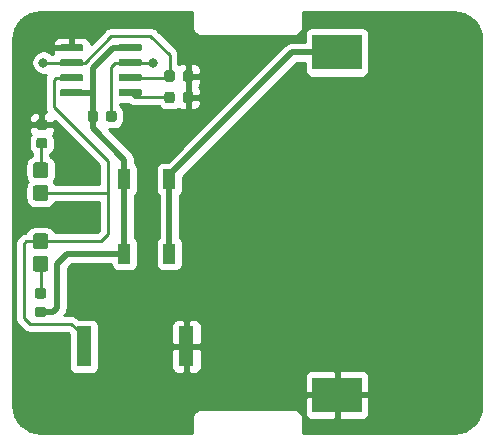
<source format=gbr>
G04 #@! TF.GenerationSoftware,KiCad,Pcbnew,(5.1.4-0-10_14)*
G04 #@! TF.CreationDate,2020-05-18T15:00:38+02:00*
G04 #@! TF.ProjectId,maskmeter,6d61736b-6d65-4746-9572-2e6b69636164,rev?*
G04 #@! TF.SameCoordinates,Original*
G04 #@! TF.FileFunction,Copper,L1,Top*
G04 #@! TF.FilePolarity,Positive*
%FSLAX46Y46*%
G04 Gerber Fmt 4.6, Leading zero omitted, Abs format (unit mm)*
G04 Created by KiCad (PCBNEW (5.1.4-0-10_14)) date 2020-05-18 15:00:38*
%MOMM*%
%LPD*%
G04 APERTURE LIST*
%ADD10R,4.200000X3.000000*%
%ADD11R,1.300000X3.400000*%
%ADD12R,1.000000X1.700000*%
%ADD13C,0.100000*%
%ADD14C,0.875000*%
%ADD15C,1.300000*%
%ADD16C,0.600000*%
%ADD17C,0.800000*%
%ADD18C,0.500000*%
%ADD19C,0.250000*%
%ADD20C,0.254000*%
G04 APERTURE END LIST*
D10*
X129100000Y-105100000D03*
X129100000Y-76100000D03*
D11*
X116350000Y-101000000D03*
X107650000Y-101000000D03*
D12*
X111100000Y-93150000D03*
X111100000Y-86850000D03*
X114900000Y-93150000D03*
X114900000Y-86850000D03*
D13*
G36*
X110227691Y-81026053D02*
G01*
X110248926Y-81029203D01*
X110269750Y-81034419D01*
X110289962Y-81041651D01*
X110309368Y-81050830D01*
X110327781Y-81061866D01*
X110345024Y-81074654D01*
X110360930Y-81089070D01*
X110375346Y-81104976D01*
X110388134Y-81122219D01*
X110399170Y-81140632D01*
X110408349Y-81160038D01*
X110415581Y-81180250D01*
X110420797Y-81201074D01*
X110423947Y-81222309D01*
X110425000Y-81243750D01*
X110425000Y-81756250D01*
X110423947Y-81777691D01*
X110420797Y-81798926D01*
X110415581Y-81819750D01*
X110408349Y-81839962D01*
X110399170Y-81859368D01*
X110388134Y-81877781D01*
X110375346Y-81895024D01*
X110360930Y-81910930D01*
X110345024Y-81925346D01*
X110327781Y-81938134D01*
X110309368Y-81949170D01*
X110289962Y-81958349D01*
X110269750Y-81965581D01*
X110248926Y-81970797D01*
X110227691Y-81973947D01*
X110206250Y-81975000D01*
X109768750Y-81975000D01*
X109747309Y-81973947D01*
X109726074Y-81970797D01*
X109705250Y-81965581D01*
X109685038Y-81958349D01*
X109665632Y-81949170D01*
X109647219Y-81938134D01*
X109629976Y-81925346D01*
X109614070Y-81910930D01*
X109599654Y-81895024D01*
X109586866Y-81877781D01*
X109575830Y-81859368D01*
X109566651Y-81839962D01*
X109559419Y-81819750D01*
X109554203Y-81798926D01*
X109551053Y-81777691D01*
X109550000Y-81756250D01*
X109550000Y-81243750D01*
X109551053Y-81222309D01*
X109554203Y-81201074D01*
X109559419Y-81180250D01*
X109566651Y-81160038D01*
X109575830Y-81140632D01*
X109586866Y-81122219D01*
X109599654Y-81104976D01*
X109614070Y-81089070D01*
X109629976Y-81074654D01*
X109647219Y-81061866D01*
X109665632Y-81050830D01*
X109685038Y-81041651D01*
X109705250Y-81034419D01*
X109726074Y-81029203D01*
X109747309Y-81026053D01*
X109768750Y-81025000D01*
X110206250Y-81025000D01*
X110227691Y-81026053D01*
X110227691Y-81026053D01*
G37*
D14*
X109987500Y-81500000D03*
D13*
G36*
X108652691Y-81026053D02*
G01*
X108673926Y-81029203D01*
X108694750Y-81034419D01*
X108714962Y-81041651D01*
X108734368Y-81050830D01*
X108752781Y-81061866D01*
X108770024Y-81074654D01*
X108785930Y-81089070D01*
X108800346Y-81104976D01*
X108813134Y-81122219D01*
X108824170Y-81140632D01*
X108833349Y-81160038D01*
X108840581Y-81180250D01*
X108845797Y-81201074D01*
X108848947Y-81222309D01*
X108850000Y-81243750D01*
X108850000Y-81756250D01*
X108848947Y-81777691D01*
X108845797Y-81798926D01*
X108840581Y-81819750D01*
X108833349Y-81839962D01*
X108824170Y-81859368D01*
X108813134Y-81877781D01*
X108800346Y-81895024D01*
X108785930Y-81910930D01*
X108770024Y-81925346D01*
X108752781Y-81938134D01*
X108734368Y-81949170D01*
X108714962Y-81958349D01*
X108694750Y-81965581D01*
X108673926Y-81970797D01*
X108652691Y-81973947D01*
X108631250Y-81975000D01*
X108193750Y-81975000D01*
X108172309Y-81973947D01*
X108151074Y-81970797D01*
X108130250Y-81965581D01*
X108110038Y-81958349D01*
X108090632Y-81949170D01*
X108072219Y-81938134D01*
X108054976Y-81925346D01*
X108039070Y-81910930D01*
X108024654Y-81895024D01*
X108011866Y-81877781D01*
X108000830Y-81859368D01*
X107991651Y-81839962D01*
X107984419Y-81819750D01*
X107979203Y-81798926D01*
X107976053Y-81777691D01*
X107975000Y-81756250D01*
X107975000Y-81243750D01*
X107976053Y-81222309D01*
X107979203Y-81201074D01*
X107984419Y-81180250D01*
X107991651Y-81160038D01*
X108000830Y-81140632D01*
X108011866Y-81122219D01*
X108024654Y-81104976D01*
X108039070Y-81089070D01*
X108054976Y-81074654D01*
X108072219Y-81061866D01*
X108090632Y-81050830D01*
X108110038Y-81041651D01*
X108130250Y-81034419D01*
X108151074Y-81029203D01*
X108172309Y-81026053D01*
X108193750Y-81025000D01*
X108631250Y-81025000D01*
X108652691Y-81026053D01*
X108652691Y-81026053D01*
G37*
D14*
X108412500Y-81500000D03*
D13*
G36*
X104277691Y-97638553D02*
G01*
X104298926Y-97641703D01*
X104319750Y-97646919D01*
X104339962Y-97654151D01*
X104359368Y-97663330D01*
X104377781Y-97674366D01*
X104395024Y-97687154D01*
X104410930Y-97701570D01*
X104425346Y-97717476D01*
X104438134Y-97734719D01*
X104449170Y-97753132D01*
X104458349Y-97772538D01*
X104465581Y-97792750D01*
X104470797Y-97813574D01*
X104473947Y-97834809D01*
X104475000Y-97856250D01*
X104475000Y-98293750D01*
X104473947Y-98315191D01*
X104470797Y-98336426D01*
X104465581Y-98357250D01*
X104458349Y-98377462D01*
X104449170Y-98396868D01*
X104438134Y-98415281D01*
X104425346Y-98432524D01*
X104410930Y-98448430D01*
X104395024Y-98462846D01*
X104377781Y-98475634D01*
X104359368Y-98486670D01*
X104339962Y-98495849D01*
X104319750Y-98503081D01*
X104298926Y-98508297D01*
X104277691Y-98511447D01*
X104256250Y-98512500D01*
X103743750Y-98512500D01*
X103722309Y-98511447D01*
X103701074Y-98508297D01*
X103680250Y-98503081D01*
X103660038Y-98495849D01*
X103640632Y-98486670D01*
X103622219Y-98475634D01*
X103604976Y-98462846D01*
X103589070Y-98448430D01*
X103574654Y-98432524D01*
X103561866Y-98415281D01*
X103550830Y-98396868D01*
X103541651Y-98377462D01*
X103534419Y-98357250D01*
X103529203Y-98336426D01*
X103526053Y-98315191D01*
X103525000Y-98293750D01*
X103525000Y-97856250D01*
X103526053Y-97834809D01*
X103529203Y-97813574D01*
X103534419Y-97792750D01*
X103541651Y-97772538D01*
X103550830Y-97753132D01*
X103561866Y-97734719D01*
X103574654Y-97717476D01*
X103589070Y-97701570D01*
X103604976Y-97687154D01*
X103622219Y-97674366D01*
X103640632Y-97663330D01*
X103660038Y-97654151D01*
X103680250Y-97646919D01*
X103701074Y-97641703D01*
X103722309Y-97638553D01*
X103743750Y-97637500D01*
X104256250Y-97637500D01*
X104277691Y-97638553D01*
X104277691Y-97638553D01*
G37*
D14*
X104000000Y-98075000D03*
D13*
G36*
X104277691Y-96063553D02*
G01*
X104298926Y-96066703D01*
X104319750Y-96071919D01*
X104339962Y-96079151D01*
X104359368Y-96088330D01*
X104377781Y-96099366D01*
X104395024Y-96112154D01*
X104410930Y-96126570D01*
X104425346Y-96142476D01*
X104438134Y-96159719D01*
X104449170Y-96178132D01*
X104458349Y-96197538D01*
X104465581Y-96217750D01*
X104470797Y-96238574D01*
X104473947Y-96259809D01*
X104475000Y-96281250D01*
X104475000Y-96718750D01*
X104473947Y-96740191D01*
X104470797Y-96761426D01*
X104465581Y-96782250D01*
X104458349Y-96802462D01*
X104449170Y-96821868D01*
X104438134Y-96840281D01*
X104425346Y-96857524D01*
X104410930Y-96873430D01*
X104395024Y-96887846D01*
X104377781Y-96900634D01*
X104359368Y-96911670D01*
X104339962Y-96920849D01*
X104319750Y-96928081D01*
X104298926Y-96933297D01*
X104277691Y-96936447D01*
X104256250Y-96937500D01*
X103743750Y-96937500D01*
X103722309Y-96936447D01*
X103701074Y-96933297D01*
X103680250Y-96928081D01*
X103660038Y-96920849D01*
X103640632Y-96911670D01*
X103622219Y-96900634D01*
X103604976Y-96887846D01*
X103589070Y-96873430D01*
X103574654Y-96857524D01*
X103561866Y-96840281D01*
X103550830Y-96821868D01*
X103541651Y-96802462D01*
X103534419Y-96782250D01*
X103529203Y-96761426D01*
X103526053Y-96740191D01*
X103525000Y-96718750D01*
X103525000Y-96281250D01*
X103526053Y-96259809D01*
X103529203Y-96238574D01*
X103534419Y-96217750D01*
X103541651Y-96197538D01*
X103550830Y-96178132D01*
X103561866Y-96159719D01*
X103574654Y-96142476D01*
X103589070Y-96126570D01*
X103604976Y-96112154D01*
X103622219Y-96099366D01*
X103640632Y-96088330D01*
X103660038Y-96079151D01*
X103680250Y-96071919D01*
X103701074Y-96066703D01*
X103722309Y-96063553D01*
X103743750Y-96062500D01*
X104256250Y-96062500D01*
X104277691Y-96063553D01*
X104277691Y-96063553D01*
G37*
D14*
X104000000Y-96500000D03*
D13*
G36*
X104377691Y-81776053D02*
G01*
X104398926Y-81779203D01*
X104419750Y-81784419D01*
X104439962Y-81791651D01*
X104459368Y-81800830D01*
X104477781Y-81811866D01*
X104495024Y-81824654D01*
X104510930Y-81839070D01*
X104525346Y-81854976D01*
X104538134Y-81872219D01*
X104549170Y-81890632D01*
X104558349Y-81910038D01*
X104565581Y-81930250D01*
X104570797Y-81951074D01*
X104573947Y-81972309D01*
X104575000Y-81993750D01*
X104575000Y-82431250D01*
X104573947Y-82452691D01*
X104570797Y-82473926D01*
X104565581Y-82494750D01*
X104558349Y-82514962D01*
X104549170Y-82534368D01*
X104538134Y-82552781D01*
X104525346Y-82570024D01*
X104510930Y-82585930D01*
X104495024Y-82600346D01*
X104477781Y-82613134D01*
X104459368Y-82624170D01*
X104439962Y-82633349D01*
X104419750Y-82640581D01*
X104398926Y-82645797D01*
X104377691Y-82648947D01*
X104356250Y-82650000D01*
X103843750Y-82650000D01*
X103822309Y-82648947D01*
X103801074Y-82645797D01*
X103780250Y-82640581D01*
X103760038Y-82633349D01*
X103740632Y-82624170D01*
X103722219Y-82613134D01*
X103704976Y-82600346D01*
X103689070Y-82585930D01*
X103674654Y-82570024D01*
X103661866Y-82552781D01*
X103650830Y-82534368D01*
X103641651Y-82514962D01*
X103634419Y-82494750D01*
X103629203Y-82473926D01*
X103626053Y-82452691D01*
X103625000Y-82431250D01*
X103625000Y-81993750D01*
X103626053Y-81972309D01*
X103629203Y-81951074D01*
X103634419Y-81930250D01*
X103641651Y-81910038D01*
X103650830Y-81890632D01*
X103661866Y-81872219D01*
X103674654Y-81854976D01*
X103689070Y-81839070D01*
X103704976Y-81824654D01*
X103722219Y-81811866D01*
X103740632Y-81800830D01*
X103760038Y-81791651D01*
X103780250Y-81784419D01*
X103801074Y-81779203D01*
X103822309Y-81776053D01*
X103843750Y-81775000D01*
X104356250Y-81775000D01*
X104377691Y-81776053D01*
X104377691Y-81776053D01*
G37*
D14*
X104100000Y-82212500D03*
D13*
G36*
X104377691Y-83351053D02*
G01*
X104398926Y-83354203D01*
X104419750Y-83359419D01*
X104439962Y-83366651D01*
X104459368Y-83375830D01*
X104477781Y-83386866D01*
X104495024Y-83399654D01*
X104510930Y-83414070D01*
X104525346Y-83429976D01*
X104538134Y-83447219D01*
X104549170Y-83465632D01*
X104558349Y-83485038D01*
X104565581Y-83505250D01*
X104570797Y-83526074D01*
X104573947Y-83547309D01*
X104575000Y-83568750D01*
X104575000Y-84006250D01*
X104573947Y-84027691D01*
X104570797Y-84048926D01*
X104565581Y-84069750D01*
X104558349Y-84089962D01*
X104549170Y-84109368D01*
X104538134Y-84127781D01*
X104525346Y-84145024D01*
X104510930Y-84160930D01*
X104495024Y-84175346D01*
X104477781Y-84188134D01*
X104459368Y-84199170D01*
X104439962Y-84208349D01*
X104419750Y-84215581D01*
X104398926Y-84220797D01*
X104377691Y-84223947D01*
X104356250Y-84225000D01*
X103843750Y-84225000D01*
X103822309Y-84223947D01*
X103801074Y-84220797D01*
X103780250Y-84215581D01*
X103760038Y-84208349D01*
X103740632Y-84199170D01*
X103722219Y-84188134D01*
X103704976Y-84175346D01*
X103689070Y-84160930D01*
X103674654Y-84145024D01*
X103661866Y-84127781D01*
X103650830Y-84109368D01*
X103641651Y-84089962D01*
X103634419Y-84069750D01*
X103629203Y-84048926D01*
X103626053Y-84027691D01*
X103625000Y-84006250D01*
X103625000Y-83568750D01*
X103626053Y-83547309D01*
X103629203Y-83526074D01*
X103634419Y-83505250D01*
X103641651Y-83485038D01*
X103650830Y-83465632D01*
X103661866Y-83447219D01*
X103674654Y-83429976D01*
X103689070Y-83414070D01*
X103704976Y-83399654D01*
X103722219Y-83386866D01*
X103740632Y-83375830D01*
X103760038Y-83366651D01*
X103780250Y-83359419D01*
X103801074Y-83354203D01*
X103822309Y-83351053D01*
X103843750Y-83350000D01*
X104356250Y-83350000D01*
X104377691Y-83351053D01*
X104377691Y-83351053D01*
G37*
D14*
X104100000Y-83787500D03*
D13*
G36*
X104424504Y-93338704D02*
G01*
X104448773Y-93342304D01*
X104472571Y-93348265D01*
X104495671Y-93356530D01*
X104517849Y-93367020D01*
X104538893Y-93379633D01*
X104558598Y-93394247D01*
X104576777Y-93410723D01*
X104593253Y-93428902D01*
X104607867Y-93448607D01*
X104620480Y-93469651D01*
X104630970Y-93491829D01*
X104639235Y-93514929D01*
X104645196Y-93538727D01*
X104648796Y-93562996D01*
X104650000Y-93587500D01*
X104650000Y-94412500D01*
X104648796Y-94437004D01*
X104645196Y-94461273D01*
X104639235Y-94485071D01*
X104630970Y-94508171D01*
X104620480Y-94530349D01*
X104607867Y-94551393D01*
X104593253Y-94571098D01*
X104576777Y-94589277D01*
X104558598Y-94605753D01*
X104538893Y-94620367D01*
X104517849Y-94632980D01*
X104495671Y-94643470D01*
X104472571Y-94651735D01*
X104448773Y-94657696D01*
X104424504Y-94661296D01*
X104400000Y-94662500D01*
X103600000Y-94662500D01*
X103575496Y-94661296D01*
X103551227Y-94657696D01*
X103527429Y-94651735D01*
X103504329Y-94643470D01*
X103482151Y-94632980D01*
X103461107Y-94620367D01*
X103441402Y-94605753D01*
X103423223Y-94589277D01*
X103406747Y-94571098D01*
X103392133Y-94551393D01*
X103379520Y-94530349D01*
X103369030Y-94508171D01*
X103360765Y-94485071D01*
X103354804Y-94461273D01*
X103351204Y-94437004D01*
X103350000Y-94412500D01*
X103350000Y-93587500D01*
X103351204Y-93562996D01*
X103354804Y-93538727D01*
X103360765Y-93514929D01*
X103369030Y-93491829D01*
X103379520Y-93469651D01*
X103392133Y-93448607D01*
X103406747Y-93428902D01*
X103423223Y-93410723D01*
X103441402Y-93394247D01*
X103461107Y-93379633D01*
X103482151Y-93367020D01*
X103504329Y-93356530D01*
X103527429Y-93348265D01*
X103551227Y-93342304D01*
X103575496Y-93338704D01*
X103600000Y-93337500D01*
X104400000Y-93337500D01*
X104424504Y-93338704D01*
X104424504Y-93338704D01*
G37*
D15*
X104000000Y-94000000D03*
D13*
G36*
X104424504Y-91413704D02*
G01*
X104448773Y-91417304D01*
X104472571Y-91423265D01*
X104495671Y-91431530D01*
X104517849Y-91442020D01*
X104538893Y-91454633D01*
X104558598Y-91469247D01*
X104576777Y-91485723D01*
X104593253Y-91503902D01*
X104607867Y-91523607D01*
X104620480Y-91544651D01*
X104630970Y-91566829D01*
X104639235Y-91589929D01*
X104645196Y-91613727D01*
X104648796Y-91637996D01*
X104650000Y-91662500D01*
X104650000Y-92487500D01*
X104648796Y-92512004D01*
X104645196Y-92536273D01*
X104639235Y-92560071D01*
X104630970Y-92583171D01*
X104620480Y-92605349D01*
X104607867Y-92626393D01*
X104593253Y-92646098D01*
X104576777Y-92664277D01*
X104558598Y-92680753D01*
X104538893Y-92695367D01*
X104517849Y-92707980D01*
X104495671Y-92718470D01*
X104472571Y-92726735D01*
X104448773Y-92732696D01*
X104424504Y-92736296D01*
X104400000Y-92737500D01*
X103600000Y-92737500D01*
X103575496Y-92736296D01*
X103551227Y-92732696D01*
X103527429Y-92726735D01*
X103504329Y-92718470D01*
X103482151Y-92707980D01*
X103461107Y-92695367D01*
X103441402Y-92680753D01*
X103423223Y-92664277D01*
X103406747Y-92646098D01*
X103392133Y-92626393D01*
X103379520Y-92605349D01*
X103369030Y-92583171D01*
X103360765Y-92560071D01*
X103354804Y-92536273D01*
X103351204Y-92512004D01*
X103350000Y-92487500D01*
X103350000Y-91662500D01*
X103351204Y-91637996D01*
X103354804Y-91613727D01*
X103360765Y-91589929D01*
X103369030Y-91566829D01*
X103379520Y-91544651D01*
X103392133Y-91523607D01*
X103406747Y-91503902D01*
X103423223Y-91485723D01*
X103441402Y-91469247D01*
X103461107Y-91454633D01*
X103482151Y-91442020D01*
X103504329Y-91431530D01*
X103527429Y-91423265D01*
X103551227Y-91417304D01*
X103575496Y-91413704D01*
X103600000Y-91412500D01*
X104400000Y-91412500D01*
X104424504Y-91413704D01*
X104424504Y-91413704D01*
G37*
D15*
X104000000Y-92075000D03*
D13*
G36*
X104424504Y-87338704D02*
G01*
X104448773Y-87342304D01*
X104472571Y-87348265D01*
X104495671Y-87356530D01*
X104517849Y-87367020D01*
X104538893Y-87379633D01*
X104558598Y-87394247D01*
X104576777Y-87410723D01*
X104593253Y-87428902D01*
X104607867Y-87448607D01*
X104620480Y-87469651D01*
X104630970Y-87491829D01*
X104639235Y-87514929D01*
X104645196Y-87538727D01*
X104648796Y-87562996D01*
X104650000Y-87587500D01*
X104650000Y-88412500D01*
X104648796Y-88437004D01*
X104645196Y-88461273D01*
X104639235Y-88485071D01*
X104630970Y-88508171D01*
X104620480Y-88530349D01*
X104607867Y-88551393D01*
X104593253Y-88571098D01*
X104576777Y-88589277D01*
X104558598Y-88605753D01*
X104538893Y-88620367D01*
X104517849Y-88632980D01*
X104495671Y-88643470D01*
X104472571Y-88651735D01*
X104448773Y-88657696D01*
X104424504Y-88661296D01*
X104400000Y-88662500D01*
X103600000Y-88662500D01*
X103575496Y-88661296D01*
X103551227Y-88657696D01*
X103527429Y-88651735D01*
X103504329Y-88643470D01*
X103482151Y-88632980D01*
X103461107Y-88620367D01*
X103441402Y-88605753D01*
X103423223Y-88589277D01*
X103406747Y-88571098D01*
X103392133Y-88551393D01*
X103379520Y-88530349D01*
X103369030Y-88508171D01*
X103360765Y-88485071D01*
X103354804Y-88461273D01*
X103351204Y-88437004D01*
X103350000Y-88412500D01*
X103350000Y-87587500D01*
X103351204Y-87562996D01*
X103354804Y-87538727D01*
X103360765Y-87514929D01*
X103369030Y-87491829D01*
X103379520Y-87469651D01*
X103392133Y-87448607D01*
X103406747Y-87428902D01*
X103423223Y-87410723D01*
X103441402Y-87394247D01*
X103461107Y-87379633D01*
X103482151Y-87367020D01*
X103504329Y-87356530D01*
X103527429Y-87348265D01*
X103551227Y-87342304D01*
X103575496Y-87338704D01*
X103600000Y-87337500D01*
X104400000Y-87337500D01*
X104424504Y-87338704D01*
X104424504Y-87338704D01*
G37*
D15*
X104000000Y-88000000D03*
D13*
G36*
X104424504Y-85413704D02*
G01*
X104448773Y-85417304D01*
X104472571Y-85423265D01*
X104495671Y-85431530D01*
X104517849Y-85442020D01*
X104538893Y-85454633D01*
X104558598Y-85469247D01*
X104576777Y-85485723D01*
X104593253Y-85503902D01*
X104607867Y-85523607D01*
X104620480Y-85544651D01*
X104630970Y-85566829D01*
X104639235Y-85589929D01*
X104645196Y-85613727D01*
X104648796Y-85637996D01*
X104650000Y-85662500D01*
X104650000Y-86487500D01*
X104648796Y-86512004D01*
X104645196Y-86536273D01*
X104639235Y-86560071D01*
X104630970Y-86583171D01*
X104620480Y-86605349D01*
X104607867Y-86626393D01*
X104593253Y-86646098D01*
X104576777Y-86664277D01*
X104558598Y-86680753D01*
X104538893Y-86695367D01*
X104517849Y-86707980D01*
X104495671Y-86718470D01*
X104472571Y-86726735D01*
X104448773Y-86732696D01*
X104424504Y-86736296D01*
X104400000Y-86737500D01*
X103600000Y-86737500D01*
X103575496Y-86736296D01*
X103551227Y-86732696D01*
X103527429Y-86726735D01*
X103504329Y-86718470D01*
X103482151Y-86707980D01*
X103461107Y-86695367D01*
X103441402Y-86680753D01*
X103423223Y-86664277D01*
X103406747Y-86646098D01*
X103392133Y-86626393D01*
X103379520Y-86605349D01*
X103369030Y-86583171D01*
X103360765Y-86560071D01*
X103354804Y-86536273D01*
X103351204Y-86512004D01*
X103350000Y-86487500D01*
X103350000Y-85662500D01*
X103351204Y-85637996D01*
X103354804Y-85613727D01*
X103360765Y-85589929D01*
X103369030Y-85566829D01*
X103379520Y-85544651D01*
X103392133Y-85523607D01*
X103406747Y-85503902D01*
X103423223Y-85485723D01*
X103441402Y-85469247D01*
X103461107Y-85454633D01*
X103482151Y-85442020D01*
X103504329Y-85431530D01*
X103527429Y-85423265D01*
X103551227Y-85417304D01*
X103575496Y-85413704D01*
X103600000Y-85412500D01*
X104400000Y-85412500D01*
X104424504Y-85413704D01*
X104424504Y-85413704D01*
G37*
D15*
X104000000Y-86075000D03*
D13*
G36*
X116727691Y-79426053D02*
G01*
X116748926Y-79429203D01*
X116769750Y-79434419D01*
X116789962Y-79441651D01*
X116809368Y-79450830D01*
X116827781Y-79461866D01*
X116845024Y-79474654D01*
X116860930Y-79489070D01*
X116875346Y-79504976D01*
X116888134Y-79522219D01*
X116899170Y-79540632D01*
X116908349Y-79560038D01*
X116915581Y-79580250D01*
X116920797Y-79601074D01*
X116923947Y-79622309D01*
X116925000Y-79643750D01*
X116925000Y-80156250D01*
X116923947Y-80177691D01*
X116920797Y-80198926D01*
X116915581Y-80219750D01*
X116908349Y-80239962D01*
X116899170Y-80259368D01*
X116888134Y-80277781D01*
X116875346Y-80295024D01*
X116860930Y-80310930D01*
X116845024Y-80325346D01*
X116827781Y-80338134D01*
X116809368Y-80349170D01*
X116789962Y-80358349D01*
X116769750Y-80365581D01*
X116748926Y-80370797D01*
X116727691Y-80373947D01*
X116706250Y-80375000D01*
X116268750Y-80375000D01*
X116247309Y-80373947D01*
X116226074Y-80370797D01*
X116205250Y-80365581D01*
X116185038Y-80358349D01*
X116165632Y-80349170D01*
X116147219Y-80338134D01*
X116129976Y-80325346D01*
X116114070Y-80310930D01*
X116099654Y-80295024D01*
X116086866Y-80277781D01*
X116075830Y-80259368D01*
X116066651Y-80239962D01*
X116059419Y-80219750D01*
X116054203Y-80198926D01*
X116051053Y-80177691D01*
X116050000Y-80156250D01*
X116050000Y-79643750D01*
X116051053Y-79622309D01*
X116054203Y-79601074D01*
X116059419Y-79580250D01*
X116066651Y-79560038D01*
X116075830Y-79540632D01*
X116086866Y-79522219D01*
X116099654Y-79504976D01*
X116114070Y-79489070D01*
X116129976Y-79474654D01*
X116147219Y-79461866D01*
X116165632Y-79450830D01*
X116185038Y-79441651D01*
X116205250Y-79434419D01*
X116226074Y-79429203D01*
X116247309Y-79426053D01*
X116268750Y-79425000D01*
X116706250Y-79425000D01*
X116727691Y-79426053D01*
X116727691Y-79426053D01*
G37*
D14*
X116487500Y-79900000D03*
D13*
G36*
X115152691Y-79426053D02*
G01*
X115173926Y-79429203D01*
X115194750Y-79434419D01*
X115214962Y-79441651D01*
X115234368Y-79450830D01*
X115252781Y-79461866D01*
X115270024Y-79474654D01*
X115285930Y-79489070D01*
X115300346Y-79504976D01*
X115313134Y-79522219D01*
X115324170Y-79540632D01*
X115333349Y-79560038D01*
X115340581Y-79580250D01*
X115345797Y-79601074D01*
X115348947Y-79622309D01*
X115350000Y-79643750D01*
X115350000Y-80156250D01*
X115348947Y-80177691D01*
X115345797Y-80198926D01*
X115340581Y-80219750D01*
X115333349Y-80239962D01*
X115324170Y-80259368D01*
X115313134Y-80277781D01*
X115300346Y-80295024D01*
X115285930Y-80310930D01*
X115270024Y-80325346D01*
X115252781Y-80338134D01*
X115234368Y-80349170D01*
X115214962Y-80358349D01*
X115194750Y-80365581D01*
X115173926Y-80370797D01*
X115152691Y-80373947D01*
X115131250Y-80375000D01*
X114693750Y-80375000D01*
X114672309Y-80373947D01*
X114651074Y-80370797D01*
X114630250Y-80365581D01*
X114610038Y-80358349D01*
X114590632Y-80349170D01*
X114572219Y-80338134D01*
X114554976Y-80325346D01*
X114539070Y-80310930D01*
X114524654Y-80295024D01*
X114511866Y-80277781D01*
X114500830Y-80259368D01*
X114491651Y-80239962D01*
X114484419Y-80219750D01*
X114479203Y-80198926D01*
X114476053Y-80177691D01*
X114475000Y-80156250D01*
X114475000Y-79643750D01*
X114476053Y-79622309D01*
X114479203Y-79601074D01*
X114484419Y-79580250D01*
X114491651Y-79560038D01*
X114500830Y-79540632D01*
X114511866Y-79522219D01*
X114524654Y-79504976D01*
X114539070Y-79489070D01*
X114554976Y-79474654D01*
X114572219Y-79461866D01*
X114590632Y-79450830D01*
X114610038Y-79441651D01*
X114630250Y-79434419D01*
X114651074Y-79429203D01*
X114672309Y-79426053D01*
X114693750Y-79425000D01*
X115131250Y-79425000D01*
X115152691Y-79426053D01*
X115152691Y-79426053D01*
G37*
D14*
X114912500Y-79900000D03*
D13*
G36*
X115152691Y-77626053D02*
G01*
X115173926Y-77629203D01*
X115194750Y-77634419D01*
X115214962Y-77641651D01*
X115234368Y-77650830D01*
X115252781Y-77661866D01*
X115270024Y-77674654D01*
X115285930Y-77689070D01*
X115300346Y-77704976D01*
X115313134Y-77722219D01*
X115324170Y-77740632D01*
X115333349Y-77760038D01*
X115340581Y-77780250D01*
X115345797Y-77801074D01*
X115348947Y-77822309D01*
X115350000Y-77843750D01*
X115350000Y-78356250D01*
X115348947Y-78377691D01*
X115345797Y-78398926D01*
X115340581Y-78419750D01*
X115333349Y-78439962D01*
X115324170Y-78459368D01*
X115313134Y-78477781D01*
X115300346Y-78495024D01*
X115285930Y-78510930D01*
X115270024Y-78525346D01*
X115252781Y-78538134D01*
X115234368Y-78549170D01*
X115214962Y-78558349D01*
X115194750Y-78565581D01*
X115173926Y-78570797D01*
X115152691Y-78573947D01*
X115131250Y-78575000D01*
X114693750Y-78575000D01*
X114672309Y-78573947D01*
X114651074Y-78570797D01*
X114630250Y-78565581D01*
X114610038Y-78558349D01*
X114590632Y-78549170D01*
X114572219Y-78538134D01*
X114554976Y-78525346D01*
X114539070Y-78510930D01*
X114524654Y-78495024D01*
X114511866Y-78477781D01*
X114500830Y-78459368D01*
X114491651Y-78439962D01*
X114484419Y-78419750D01*
X114479203Y-78398926D01*
X114476053Y-78377691D01*
X114475000Y-78356250D01*
X114475000Y-77843750D01*
X114476053Y-77822309D01*
X114479203Y-77801074D01*
X114484419Y-77780250D01*
X114491651Y-77760038D01*
X114500830Y-77740632D01*
X114511866Y-77722219D01*
X114524654Y-77704976D01*
X114539070Y-77689070D01*
X114554976Y-77674654D01*
X114572219Y-77661866D01*
X114590632Y-77650830D01*
X114610038Y-77641651D01*
X114630250Y-77634419D01*
X114651074Y-77629203D01*
X114672309Y-77626053D01*
X114693750Y-77625000D01*
X115131250Y-77625000D01*
X115152691Y-77626053D01*
X115152691Y-77626053D01*
G37*
D14*
X114912500Y-78100000D03*
D13*
G36*
X116727691Y-77626053D02*
G01*
X116748926Y-77629203D01*
X116769750Y-77634419D01*
X116789962Y-77641651D01*
X116809368Y-77650830D01*
X116827781Y-77661866D01*
X116845024Y-77674654D01*
X116860930Y-77689070D01*
X116875346Y-77704976D01*
X116888134Y-77722219D01*
X116899170Y-77740632D01*
X116908349Y-77760038D01*
X116915581Y-77780250D01*
X116920797Y-77801074D01*
X116923947Y-77822309D01*
X116925000Y-77843750D01*
X116925000Y-78356250D01*
X116923947Y-78377691D01*
X116920797Y-78398926D01*
X116915581Y-78419750D01*
X116908349Y-78439962D01*
X116899170Y-78459368D01*
X116888134Y-78477781D01*
X116875346Y-78495024D01*
X116860930Y-78510930D01*
X116845024Y-78525346D01*
X116827781Y-78538134D01*
X116809368Y-78549170D01*
X116789962Y-78558349D01*
X116769750Y-78565581D01*
X116748926Y-78570797D01*
X116727691Y-78573947D01*
X116706250Y-78575000D01*
X116268750Y-78575000D01*
X116247309Y-78573947D01*
X116226074Y-78570797D01*
X116205250Y-78565581D01*
X116185038Y-78558349D01*
X116165632Y-78549170D01*
X116147219Y-78538134D01*
X116129976Y-78525346D01*
X116114070Y-78510930D01*
X116099654Y-78495024D01*
X116086866Y-78477781D01*
X116075830Y-78459368D01*
X116066651Y-78439962D01*
X116059419Y-78419750D01*
X116054203Y-78398926D01*
X116051053Y-78377691D01*
X116050000Y-78356250D01*
X116050000Y-77843750D01*
X116051053Y-77822309D01*
X116054203Y-77801074D01*
X116059419Y-77780250D01*
X116066651Y-77760038D01*
X116075830Y-77740632D01*
X116086866Y-77722219D01*
X116099654Y-77704976D01*
X116114070Y-77689070D01*
X116129976Y-77674654D01*
X116147219Y-77661866D01*
X116165632Y-77650830D01*
X116185038Y-77641651D01*
X116205250Y-77634419D01*
X116226074Y-77629203D01*
X116247309Y-77626053D01*
X116268750Y-77625000D01*
X116706250Y-77625000D01*
X116727691Y-77626053D01*
X116727691Y-77626053D01*
G37*
D14*
X116487500Y-78100000D03*
D13*
G36*
X112414703Y-75395722D02*
G01*
X112429264Y-75397882D01*
X112443543Y-75401459D01*
X112457403Y-75406418D01*
X112470710Y-75412712D01*
X112483336Y-75420280D01*
X112495159Y-75429048D01*
X112506066Y-75438934D01*
X112515952Y-75449841D01*
X112524720Y-75461664D01*
X112532288Y-75474290D01*
X112538582Y-75487597D01*
X112543541Y-75501457D01*
X112547118Y-75515736D01*
X112549278Y-75530297D01*
X112550000Y-75545000D01*
X112550000Y-75845000D01*
X112549278Y-75859703D01*
X112547118Y-75874264D01*
X112543541Y-75888543D01*
X112538582Y-75902403D01*
X112532288Y-75915710D01*
X112524720Y-75928336D01*
X112515952Y-75940159D01*
X112506066Y-75951066D01*
X112495159Y-75960952D01*
X112483336Y-75969720D01*
X112470710Y-75977288D01*
X112457403Y-75983582D01*
X112443543Y-75988541D01*
X112429264Y-75992118D01*
X112414703Y-75994278D01*
X112400000Y-75995000D01*
X110750000Y-75995000D01*
X110735297Y-75994278D01*
X110720736Y-75992118D01*
X110706457Y-75988541D01*
X110692597Y-75983582D01*
X110679290Y-75977288D01*
X110666664Y-75969720D01*
X110654841Y-75960952D01*
X110643934Y-75951066D01*
X110634048Y-75940159D01*
X110625280Y-75928336D01*
X110617712Y-75915710D01*
X110611418Y-75902403D01*
X110606459Y-75888543D01*
X110602882Y-75874264D01*
X110600722Y-75859703D01*
X110600000Y-75845000D01*
X110600000Y-75545000D01*
X110600722Y-75530297D01*
X110602882Y-75515736D01*
X110606459Y-75501457D01*
X110611418Y-75487597D01*
X110617712Y-75474290D01*
X110625280Y-75461664D01*
X110634048Y-75449841D01*
X110643934Y-75438934D01*
X110654841Y-75429048D01*
X110666664Y-75420280D01*
X110679290Y-75412712D01*
X110692597Y-75406418D01*
X110706457Y-75401459D01*
X110720736Y-75397882D01*
X110735297Y-75395722D01*
X110750000Y-75395000D01*
X112400000Y-75395000D01*
X112414703Y-75395722D01*
X112414703Y-75395722D01*
G37*
D16*
X111575000Y-75695000D03*
D13*
G36*
X112414703Y-76665722D02*
G01*
X112429264Y-76667882D01*
X112443543Y-76671459D01*
X112457403Y-76676418D01*
X112470710Y-76682712D01*
X112483336Y-76690280D01*
X112495159Y-76699048D01*
X112506066Y-76708934D01*
X112515952Y-76719841D01*
X112524720Y-76731664D01*
X112532288Y-76744290D01*
X112538582Y-76757597D01*
X112543541Y-76771457D01*
X112547118Y-76785736D01*
X112549278Y-76800297D01*
X112550000Y-76815000D01*
X112550000Y-77115000D01*
X112549278Y-77129703D01*
X112547118Y-77144264D01*
X112543541Y-77158543D01*
X112538582Y-77172403D01*
X112532288Y-77185710D01*
X112524720Y-77198336D01*
X112515952Y-77210159D01*
X112506066Y-77221066D01*
X112495159Y-77230952D01*
X112483336Y-77239720D01*
X112470710Y-77247288D01*
X112457403Y-77253582D01*
X112443543Y-77258541D01*
X112429264Y-77262118D01*
X112414703Y-77264278D01*
X112400000Y-77265000D01*
X110750000Y-77265000D01*
X110735297Y-77264278D01*
X110720736Y-77262118D01*
X110706457Y-77258541D01*
X110692597Y-77253582D01*
X110679290Y-77247288D01*
X110666664Y-77239720D01*
X110654841Y-77230952D01*
X110643934Y-77221066D01*
X110634048Y-77210159D01*
X110625280Y-77198336D01*
X110617712Y-77185710D01*
X110611418Y-77172403D01*
X110606459Y-77158543D01*
X110602882Y-77144264D01*
X110600722Y-77129703D01*
X110600000Y-77115000D01*
X110600000Y-76815000D01*
X110600722Y-76800297D01*
X110602882Y-76785736D01*
X110606459Y-76771457D01*
X110611418Y-76757597D01*
X110617712Y-76744290D01*
X110625280Y-76731664D01*
X110634048Y-76719841D01*
X110643934Y-76708934D01*
X110654841Y-76699048D01*
X110666664Y-76690280D01*
X110679290Y-76682712D01*
X110692597Y-76676418D01*
X110706457Y-76671459D01*
X110720736Y-76667882D01*
X110735297Y-76665722D01*
X110750000Y-76665000D01*
X112400000Y-76665000D01*
X112414703Y-76665722D01*
X112414703Y-76665722D01*
G37*
D16*
X111575000Y-76965000D03*
D13*
G36*
X112414703Y-77935722D02*
G01*
X112429264Y-77937882D01*
X112443543Y-77941459D01*
X112457403Y-77946418D01*
X112470710Y-77952712D01*
X112483336Y-77960280D01*
X112495159Y-77969048D01*
X112506066Y-77978934D01*
X112515952Y-77989841D01*
X112524720Y-78001664D01*
X112532288Y-78014290D01*
X112538582Y-78027597D01*
X112543541Y-78041457D01*
X112547118Y-78055736D01*
X112549278Y-78070297D01*
X112550000Y-78085000D01*
X112550000Y-78385000D01*
X112549278Y-78399703D01*
X112547118Y-78414264D01*
X112543541Y-78428543D01*
X112538582Y-78442403D01*
X112532288Y-78455710D01*
X112524720Y-78468336D01*
X112515952Y-78480159D01*
X112506066Y-78491066D01*
X112495159Y-78500952D01*
X112483336Y-78509720D01*
X112470710Y-78517288D01*
X112457403Y-78523582D01*
X112443543Y-78528541D01*
X112429264Y-78532118D01*
X112414703Y-78534278D01*
X112400000Y-78535000D01*
X110750000Y-78535000D01*
X110735297Y-78534278D01*
X110720736Y-78532118D01*
X110706457Y-78528541D01*
X110692597Y-78523582D01*
X110679290Y-78517288D01*
X110666664Y-78509720D01*
X110654841Y-78500952D01*
X110643934Y-78491066D01*
X110634048Y-78480159D01*
X110625280Y-78468336D01*
X110617712Y-78455710D01*
X110611418Y-78442403D01*
X110606459Y-78428543D01*
X110602882Y-78414264D01*
X110600722Y-78399703D01*
X110600000Y-78385000D01*
X110600000Y-78085000D01*
X110600722Y-78070297D01*
X110602882Y-78055736D01*
X110606459Y-78041457D01*
X110611418Y-78027597D01*
X110617712Y-78014290D01*
X110625280Y-78001664D01*
X110634048Y-77989841D01*
X110643934Y-77978934D01*
X110654841Y-77969048D01*
X110666664Y-77960280D01*
X110679290Y-77952712D01*
X110692597Y-77946418D01*
X110706457Y-77941459D01*
X110720736Y-77937882D01*
X110735297Y-77935722D01*
X110750000Y-77935000D01*
X112400000Y-77935000D01*
X112414703Y-77935722D01*
X112414703Y-77935722D01*
G37*
D16*
X111575000Y-78235000D03*
D13*
G36*
X112414703Y-79205722D02*
G01*
X112429264Y-79207882D01*
X112443543Y-79211459D01*
X112457403Y-79216418D01*
X112470710Y-79222712D01*
X112483336Y-79230280D01*
X112495159Y-79239048D01*
X112506066Y-79248934D01*
X112515952Y-79259841D01*
X112524720Y-79271664D01*
X112532288Y-79284290D01*
X112538582Y-79297597D01*
X112543541Y-79311457D01*
X112547118Y-79325736D01*
X112549278Y-79340297D01*
X112550000Y-79355000D01*
X112550000Y-79655000D01*
X112549278Y-79669703D01*
X112547118Y-79684264D01*
X112543541Y-79698543D01*
X112538582Y-79712403D01*
X112532288Y-79725710D01*
X112524720Y-79738336D01*
X112515952Y-79750159D01*
X112506066Y-79761066D01*
X112495159Y-79770952D01*
X112483336Y-79779720D01*
X112470710Y-79787288D01*
X112457403Y-79793582D01*
X112443543Y-79798541D01*
X112429264Y-79802118D01*
X112414703Y-79804278D01*
X112400000Y-79805000D01*
X110750000Y-79805000D01*
X110735297Y-79804278D01*
X110720736Y-79802118D01*
X110706457Y-79798541D01*
X110692597Y-79793582D01*
X110679290Y-79787288D01*
X110666664Y-79779720D01*
X110654841Y-79770952D01*
X110643934Y-79761066D01*
X110634048Y-79750159D01*
X110625280Y-79738336D01*
X110617712Y-79725710D01*
X110611418Y-79712403D01*
X110606459Y-79698543D01*
X110602882Y-79684264D01*
X110600722Y-79669703D01*
X110600000Y-79655000D01*
X110600000Y-79355000D01*
X110600722Y-79340297D01*
X110602882Y-79325736D01*
X110606459Y-79311457D01*
X110611418Y-79297597D01*
X110617712Y-79284290D01*
X110625280Y-79271664D01*
X110634048Y-79259841D01*
X110643934Y-79248934D01*
X110654841Y-79239048D01*
X110666664Y-79230280D01*
X110679290Y-79222712D01*
X110692597Y-79216418D01*
X110706457Y-79211459D01*
X110720736Y-79207882D01*
X110735297Y-79205722D01*
X110750000Y-79205000D01*
X112400000Y-79205000D01*
X112414703Y-79205722D01*
X112414703Y-79205722D01*
G37*
D16*
X111575000Y-79505000D03*
D13*
G36*
X107464703Y-79205722D02*
G01*
X107479264Y-79207882D01*
X107493543Y-79211459D01*
X107507403Y-79216418D01*
X107520710Y-79222712D01*
X107533336Y-79230280D01*
X107545159Y-79239048D01*
X107556066Y-79248934D01*
X107565952Y-79259841D01*
X107574720Y-79271664D01*
X107582288Y-79284290D01*
X107588582Y-79297597D01*
X107593541Y-79311457D01*
X107597118Y-79325736D01*
X107599278Y-79340297D01*
X107600000Y-79355000D01*
X107600000Y-79655000D01*
X107599278Y-79669703D01*
X107597118Y-79684264D01*
X107593541Y-79698543D01*
X107588582Y-79712403D01*
X107582288Y-79725710D01*
X107574720Y-79738336D01*
X107565952Y-79750159D01*
X107556066Y-79761066D01*
X107545159Y-79770952D01*
X107533336Y-79779720D01*
X107520710Y-79787288D01*
X107507403Y-79793582D01*
X107493543Y-79798541D01*
X107479264Y-79802118D01*
X107464703Y-79804278D01*
X107450000Y-79805000D01*
X105800000Y-79805000D01*
X105785297Y-79804278D01*
X105770736Y-79802118D01*
X105756457Y-79798541D01*
X105742597Y-79793582D01*
X105729290Y-79787288D01*
X105716664Y-79779720D01*
X105704841Y-79770952D01*
X105693934Y-79761066D01*
X105684048Y-79750159D01*
X105675280Y-79738336D01*
X105667712Y-79725710D01*
X105661418Y-79712403D01*
X105656459Y-79698543D01*
X105652882Y-79684264D01*
X105650722Y-79669703D01*
X105650000Y-79655000D01*
X105650000Y-79355000D01*
X105650722Y-79340297D01*
X105652882Y-79325736D01*
X105656459Y-79311457D01*
X105661418Y-79297597D01*
X105667712Y-79284290D01*
X105675280Y-79271664D01*
X105684048Y-79259841D01*
X105693934Y-79248934D01*
X105704841Y-79239048D01*
X105716664Y-79230280D01*
X105729290Y-79222712D01*
X105742597Y-79216418D01*
X105756457Y-79211459D01*
X105770736Y-79207882D01*
X105785297Y-79205722D01*
X105800000Y-79205000D01*
X107450000Y-79205000D01*
X107464703Y-79205722D01*
X107464703Y-79205722D01*
G37*
D16*
X106625000Y-79505000D03*
D13*
G36*
X107464703Y-77935722D02*
G01*
X107479264Y-77937882D01*
X107493543Y-77941459D01*
X107507403Y-77946418D01*
X107520710Y-77952712D01*
X107533336Y-77960280D01*
X107545159Y-77969048D01*
X107556066Y-77978934D01*
X107565952Y-77989841D01*
X107574720Y-78001664D01*
X107582288Y-78014290D01*
X107588582Y-78027597D01*
X107593541Y-78041457D01*
X107597118Y-78055736D01*
X107599278Y-78070297D01*
X107600000Y-78085000D01*
X107600000Y-78385000D01*
X107599278Y-78399703D01*
X107597118Y-78414264D01*
X107593541Y-78428543D01*
X107588582Y-78442403D01*
X107582288Y-78455710D01*
X107574720Y-78468336D01*
X107565952Y-78480159D01*
X107556066Y-78491066D01*
X107545159Y-78500952D01*
X107533336Y-78509720D01*
X107520710Y-78517288D01*
X107507403Y-78523582D01*
X107493543Y-78528541D01*
X107479264Y-78532118D01*
X107464703Y-78534278D01*
X107450000Y-78535000D01*
X105800000Y-78535000D01*
X105785297Y-78534278D01*
X105770736Y-78532118D01*
X105756457Y-78528541D01*
X105742597Y-78523582D01*
X105729290Y-78517288D01*
X105716664Y-78509720D01*
X105704841Y-78500952D01*
X105693934Y-78491066D01*
X105684048Y-78480159D01*
X105675280Y-78468336D01*
X105667712Y-78455710D01*
X105661418Y-78442403D01*
X105656459Y-78428543D01*
X105652882Y-78414264D01*
X105650722Y-78399703D01*
X105650000Y-78385000D01*
X105650000Y-78085000D01*
X105650722Y-78070297D01*
X105652882Y-78055736D01*
X105656459Y-78041457D01*
X105661418Y-78027597D01*
X105667712Y-78014290D01*
X105675280Y-78001664D01*
X105684048Y-77989841D01*
X105693934Y-77978934D01*
X105704841Y-77969048D01*
X105716664Y-77960280D01*
X105729290Y-77952712D01*
X105742597Y-77946418D01*
X105756457Y-77941459D01*
X105770736Y-77937882D01*
X105785297Y-77935722D01*
X105800000Y-77935000D01*
X107450000Y-77935000D01*
X107464703Y-77935722D01*
X107464703Y-77935722D01*
G37*
D16*
X106625000Y-78235000D03*
D13*
G36*
X107464703Y-76665722D02*
G01*
X107479264Y-76667882D01*
X107493543Y-76671459D01*
X107507403Y-76676418D01*
X107520710Y-76682712D01*
X107533336Y-76690280D01*
X107545159Y-76699048D01*
X107556066Y-76708934D01*
X107565952Y-76719841D01*
X107574720Y-76731664D01*
X107582288Y-76744290D01*
X107588582Y-76757597D01*
X107593541Y-76771457D01*
X107597118Y-76785736D01*
X107599278Y-76800297D01*
X107600000Y-76815000D01*
X107600000Y-77115000D01*
X107599278Y-77129703D01*
X107597118Y-77144264D01*
X107593541Y-77158543D01*
X107588582Y-77172403D01*
X107582288Y-77185710D01*
X107574720Y-77198336D01*
X107565952Y-77210159D01*
X107556066Y-77221066D01*
X107545159Y-77230952D01*
X107533336Y-77239720D01*
X107520710Y-77247288D01*
X107507403Y-77253582D01*
X107493543Y-77258541D01*
X107479264Y-77262118D01*
X107464703Y-77264278D01*
X107450000Y-77265000D01*
X105800000Y-77265000D01*
X105785297Y-77264278D01*
X105770736Y-77262118D01*
X105756457Y-77258541D01*
X105742597Y-77253582D01*
X105729290Y-77247288D01*
X105716664Y-77239720D01*
X105704841Y-77230952D01*
X105693934Y-77221066D01*
X105684048Y-77210159D01*
X105675280Y-77198336D01*
X105667712Y-77185710D01*
X105661418Y-77172403D01*
X105656459Y-77158543D01*
X105652882Y-77144264D01*
X105650722Y-77129703D01*
X105650000Y-77115000D01*
X105650000Y-76815000D01*
X105650722Y-76800297D01*
X105652882Y-76785736D01*
X105656459Y-76771457D01*
X105661418Y-76757597D01*
X105667712Y-76744290D01*
X105675280Y-76731664D01*
X105684048Y-76719841D01*
X105693934Y-76708934D01*
X105704841Y-76699048D01*
X105716664Y-76690280D01*
X105729290Y-76682712D01*
X105742597Y-76676418D01*
X105756457Y-76671459D01*
X105770736Y-76667882D01*
X105785297Y-76665722D01*
X105800000Y-76665000D01*
X107450000Y-76665000D01*
X107464703Y-76665722D01*
X107464703Y-76665722D01*
G37*
D16*
X106625000Y-76965000D03*
D13*
G36*
X107464703Y-75395722D02*
G01*
X107479264Y-75397882D01*
X107493543Y-75401459D01*
X107507403Y-75406418D01*
X107520710Y-75412712D01*
X107533336Y-75420280D01*
X107545159Y-75429048D01*
X107556066Y-75438934D01*
X107565952Y-75449841D01*
X107574720Y-75461664D01*
X107582288Y-75474290D01*
X107588582Y-75487597D01*
X107593541Y-75501457D01*
X107597118Y-75515736D01*
X107599278Y-75530297D01*
X107600000Y-75545000D01*
X107600000Y-75845000D01*
X107599278Y-75859703D01*
X107597118Y-75874264D01*
X107593541Y-75888543D01*
X107588582Y-75902403D01*
X107582288Y-75915710D01*
X107574720Y-75928336D01*
X107565952Y-75940159D01*
X107556066Y-75951066D01*
X107545159Y-75960952D01*
X107533336Y-75969720D01*
X107520710Y-75977288D01*
X107507403Y-75983582D01*
X107493543Y-75988541D01*
X107479264Y-75992118D01*
X107464703Y-75994278D01*
X107450000Y-75995000D01*
X105800000Y-75995000D01*
X105785297Y-75994278D01*
X105770736Y-75992118D01*
X105756457Y-75988541D01*
X105742597Y-75983582D01*
X105729290Y-75977288D01*
X105716664Y-75969720D01*
X105704841Y-75960952D01*
X105693934Y-75951066D01*
X105684048Y-75940159D01*
X105675280Y-75928336D01*
X105667712Y-75915710D01*
X105661418Y-75902403D01*
X105656459Y-75888543D01*
X105652882Y-75874264D01*
X105650722Y-75859703D01*
X105650000Y-75845000D01*
X105650000Y-75545000D01*
X105650722Y-75530297D01*
X105652882Y-75515736D01*
X105656459Y-75501457D01*
X105661418Y-75487597D01*
X105667712Y-75474290D01*
X105675280Y-75461664D01*
X105684048Y-75449841D01*
X105693934Y-75438934D01*
X105704841Y-75429048D01*
X105716664Y-75420280D01*
X105729290Y-75412712D01*
X105742597Y-75406418D01*
X105756457Y-75401459D01*
X105770736Y-75397882D01*
X105785297Y-75395722D01*
X105800000Y-75395000D01*
X107450000Y-75395000D01*
X107464703Y-75395722D01*
X107464703Y-75395722D01*
G37*
D16*
X106625000Y-75695000D03*
D17*
X104235000Y-76965000D03*
X113500000Y-77000000D03*
D18*
X114900000Y-86500000D02*
X114900000Y-86850000D01*
X125300000Y-76100000D02*
X114900000Y-86500000D01*
X129100000Y-76100000D02*
X125300000Y-76100000D01*
X114900000Y-93150000D02*
X114900000Y-86850000D01*
D19*
X110000000Y-74700000D02*
X107735000Y-76965000D01*
X114912500Y-78100000D02*
X114912500Y-76312500D01*
X113300000Y-74700000D02*
X110000000Y-74700000D01*
X114912500Y-76312500D02*
X113300000Y-74700000D01*
X107735000Y-76965000D02*
X106625000Y-76965000D01*
X111575000Y-78235000D02*
X114777500Y-78235000D01*
X114777500Y-78235000D02*
X114912500Y-78100000D01*
X106625000Y-76965000D02*
X104235000Y-76965000D01*
X114375000Y-79900000D02*
X114912500Y-79900000D01*
X111970000Y-79900000D02*
X114375000Y-79900000D01*
X111575000Y-79505000D02*
X111970000Y-79900000D01*
X104000000Y-83887500D02*
X104100000Y-83787500D01*
X104000000Y-86075000D02*
X104000000Y-83887500D01*
X104000000Y-96500000D02*
X104000000Y-94000000D01*
X110335000Y-76965000D02*
X111575000Y-76965000D01*
X109987500Y-77312500D02*
X110335000Y-76965000D01*
X109987500Y-81500000D02*
X109987500Y-77312500D01*
X113465000Y-76965000D02*
X113500000Y-77000000D01*
X111575000Y-76965000D02*
X113465000Y-76965000D01*
D18*
X111100000Y-93150000D02*
X111100000Y-86850000D01*
X108400000Y-77400000D02*
X110105000Y-75695000D01*
X110105000Y-75695000D02*
X111575000Y-75695000D01*
X111100000Y-85200000D02*
X108400000Y-82500000D01*
X111100000Y-86850000D02*
X111100000Y-85200000D01*
X108400000Y-79500000D02*
X108395000Y-79505000D01*
X108395000Y-79505000D02*
X106625000Y-79505000D01*
X108400000Y-82500000D02*
X108400000Y-79500000D01*
X108400000Y-79500000D02*
X108400000Y-77400000D01*
X111100000Y-93150000D02*
X107850000Y-93150000D01*
X104000000Y-98075000D02*
X105025000Y-98075000D01*
X105025000Y-98075000D02*
X105400000Y-97700000D01*
X105400000Y-97700000D02*
X105400000Y-94000000D01*
X106250000Y-93150000D02*
X107850000Y-93150000D01*
X105400000Y-94000000D02*
X106250000Y-93150000D01*
D19*
X109700000Y-88000000D02*
X104000000Y-88000000D01*
X109700000Y-91500000D02*
X109700000Y-88000000D01*
X109100000Y-92100000D02*
X109700000Y-91500000D01*
X104025000Y-92100000D02*
X109100000Y-92100000D01*
X104000000Y-92075000D02*
X104025000Y-92100000D01*
X105100000Y-78400000D02*
X105100000Y-80700000D01*
X105265000Y-78235000D02*
X105100000Y-78400000D01*
X109700000Y-85300000D02*
X109700000Y-88000000D01*
X105100000Y-80700000D02*
X109700000Y-85300000D01*
X106625000Y-78235000D02*
X105265000Y-78235000D01*
X107650000Y-100150000D02*
X107650000Y-101000000D01*
X106600000Y-99100000D02*
X107650000Y-100150000D01*
X103100000Y-99100000D02*
X106600000Y-99100000D01*
X102600000Y-98600000D02*
X103100000Y-99100000D01*
X104000000Y-92075000D02*
X103975000Y-92100000D01*
X102600000Y-92300000D02*
X102600000Y-98600000D01*
X102800000Y-92100000D02*
X102600000Y-92300000D01*
X103975000Y-92100000D02*
X102800000Y-92100000D01*
D20*
G36*
X116815001Y-73966343D02*
G01*
X116811686Y-74000000D01*
X116824912Y-74134283D01*
X116864081Y-74263406D01*
X116927688Y-74382407D01*
X117013289Y-74486711D01*
X117117593Y-74572312D01*
X117236594Y-74635919D01*
X117365717Y-74675088D01*
X117466353Y-74685000D01*
X117500000Y-74688314D01*
X117533647Y-74685000D01*
X125466353Y-74685000D01*
X125500000Y-74688314D01*
X125533647Y-74685000D01*
X125634283Y-74675088D01*
X125763406Y-74635919D01*
X125882407Y-74572312D01*
X125986711Y-74486711D01*
X126072312Y-74382407D01*
X126135919Y-74263406D01*
X126175088Y-74134283D01*
X126188314Y-74000000D01*
X126185000Y-73966353D01*
X126185000Y-72685000D01*
X138966495Y-72685000D01*
X139449016Y-72732312D01*
X139880930Y-72862714D01*
X140279285Y-73074524D01*
X140628914Y-73359675D01*
X140916497Y-73707303D01*
X141131086Y-74104177D01*
X141264498Y-74535161D01*
X141315001Y-75015663D01*
X141315000Y-105966495D01*
X141267688Y-106449016D01*
X141137287Y-106880927D01*
X140925480Y-107279280D01*
X140640325Y-107628914D01*
X140292697Y-107916497D01*
X139895825Y-108131085D01*
X139464834Y-108264500D01*
X138984346Y-108315000D01*
X126185000Y-108315000D01*
X126185000Y-107033647D01*
X126188314Y-107000000D01*
X126175088Y-106865717D01*
X126135919Y-106736594D01*
X126072312Y-106617593D01*
X126057874Y-106600000D01*
X126361928Y-106600000D01*
X126374188Y-106724482D01*
X126410498Y-106844180D01*
X126469463Y-106954494D01*
X126548815Y-107051185D01*
X126645506Y-107130537D01*
X126755820Y-107189502D01*
X126875518Y-107225812D01*
X127000000Y-107238072D01*
X128814250Y-107235000D01*
X128973000Y-107076250D01*
X128973000Y-105227000D01*
X129227000Y-105227000D01*
X129227000Y-107076250D01*
X129385750Y-107235000D01*
X131200000Y-107238072D01*
X131324482Y-107225812D01*
X131444180Y-107189502D01*
X131554494Y-107130537D01*
X131651185Y-107051185D01*
X131730537Y-106954494D01*
X131789502Y-106844180D01*
X131825812Y-106724482D01*
X131838072Y-106600000D01*
X131835000Y-105385750D01*
X131676250Y-105227000D01*
X129227000Y-105227000D01*
X128973000Y-105227000D01*
X126523750Y-105227000D01*
X126365000Y-105385750D01*
X126361928Y-106600000D01*
X126057874Y-106600000D01*
X125986711Y-106513289D01*
X125882407Y-106427688D01*
X125763406Y-106364081D01*
X125634283Y-106324912D01*
X125533647Y-106315000D01*
X125500000Y-106311686D01*
X125466353Y-106315000D01*
X117533647Y-106315000D01*
X117500000Y-106311686D01*
X117466353Y-106315000D01*
X117365717Y-106324912D01*
X117236594Y-106364081D01*
X117117593Y-106427688D01*
X117013289Y-106513289D01*
X116927688Y-106617593D01*
X116864081Y-106736594D01*
X116824912Y-106865717D01*
X116811686Y-107000000D01*
X116815001Y-107033657D01*
X116815000Y-108315000D01*
X104033504Y-108315000D01*
X103550984Y-108267688D01*
X103119073Y-108137287D01*
X102720720Y-107925480D01*
X102371086Y-107640325D01*
X102083503Y-107292697D01*
X101868915Y-106895825D01*
X101735500Y-106464834D01*
X101685000Y-105984346D01*
X101685000Y-103600000D01*
X126361928Y-103600000D01*
X126365000Y-104814250D01*
X126523750Y-104973000D01*
X128973000Y-104973000D01*
X128973000Y-103123750D01*
X129227000Y-103123750D01*
X129227000Y-104973000D01*
X131676250Y-104973000D01*
X131835000Y-104814250D01*
X131838072Y-103600000D01*
X131825812Y-103475518D01*
X131789502Y-103355820D01*
X131730537Y-103245506D01*
X131651185Y-103148815D01*
X131554494Y-103069463D01*
X131444180Y-103010498D01*
X131324482Y-102974188D01*
X131200000Y-102961928D01*
X129385750Y-102965000D01*
X129227000Y-103123750D01*
X128973000Y-103123750D01*
X128814250Y-102965000D01*
X127000000Y-102961928D01*
X126875518Y-102974188D01*
X126755820Y-103010498D01*
X126645506Y-103069463D01*
X126548815Y-103148815D01*
X126469463Y-103245506D01*
X126410498Y-103355820D01*
X126374188Y-103475518D01*
X126361928Y-103600000D01*
X101685000Y-103600000D01*
X101685000Y-92300000D01*
X101836324Y-92300000D01*
X101840000Y-92337323D01*
X101840001Y-98562668D01*
X101836324Y-98600000D01*
X101850998Y-98748985D01*
X101894454Y-98892246D01*
X101965026Y-99024276D01*
X101990914Y-99055820D01*
X102060000Y-99140001D01*
X102088998Y-99163799D01*
X102536196Y-99610997D01*
X102559999Y-99640001D01*
X102675724Y-99734974D01*
X102807753Y-99805546D01*
X102951014Y-99849003D01*
X103062667Y-99860000D01*
X103062675Y-99860000D01*
X103100000Y-99863676D01*
X103137325Y-99860000D01*
X106285199Y-99860000D01*
X106361928Y-99936729D01*
X106361928Y-102700000D01*
X106374188Y-102824482D01*
X106410498Y-102944180D01*
X106469463Y-103054494D01*
X106548815Y-103151185D01*
X106645506Y-103230537D01*
X106755820Y-103289502D01*
X106875518Y-103325812D01*
X107000000Y-103338072D01*
X108300000Y-103338072D01*
X108424482Y-103325812D01*
X108544180Y-103289502D01*
X108654494Y-103230537D01*
X108751185Y-103151185D01*
X108830537Y-103054494D01*
X108889502Y-102944180D01*
X108925812Y-102824482D01*
X108938072Y-102700000D01*
X115061928Y-102700000D01*
X115074188Y-102824482D01*
X115110498Y-102944180D01*
X115169463Y-103054494D01*
X115248815Y-103151185D01*
X115345506Y-103230537D01*
X115455820Y-103289502D01*
X115575518Y-103325812D01*
X115700000Y-103338072D01*
X116064250Y-103335000D01*
X116223000Y-103176250D01*
X116223000Y-101127000D01*
X116477000Y-101127000D01*
X116477000Y-103176250D01*
X116635750Y-103335000D01*
X117000000Y-103338072D01*
X117124482Y-103325812D01*
X117244180Y-103289502D01*
X117354494Y-103230537D01*
X117451185Y-103151185D01*
X117530537Y-103054494D01*
X117589502Y-102944180D01*
X117625812Y-102824482D01*
X117638072Y-102700000D01*
X117635000Y-101285750D01*
X117476250Y-101127000D01*
X116477000Y-101127000D01*
X116223000Y-101127000D01*
X115223750Y-101127000D01*
X115065000Y-101285750D01*
X115061928Y-102700000D01*
X108938072Y-102700000D01*
X108938072Y-99300000D01*
X115061928Y-99300000D01*
X115065000Y-100714250D01*
X115223750Y-100873000D01*
X116223000Y-100873000D01*
X116223000Y-98823750D01*
X116477000Y-98823750D01*
X116477000Y-100873000D01*
X117476250Y-100873000D01*
X117635000Y-100714250D01*
X117638072Y-99300000D01*
X117625812Y-99175518D01*
X117589502Y-99055820D01*
X117530537Y-98945506D01*
X117451185Y-98848815D01*
X117354494Y-98769463D01*
X117244180Y-98710498D01*
X117124482Y-98674188D01*
X117000000Y-98661928D01*
X116635750Y-98665000D01*
X116477000Y-98823750D01*
X116223000Y-98823750D01*
X116064250Y-98665000D01*
X115700000Y-98661928D01*
X115575518Y-98674188D01*
X115455820Y-98710498D01*
X115345506Y-98769463D01*
X115248815Y-98848815D01*
X115169463Y-98945506D01*
X115110498Y-99055820D01*
X115074188Y-99175518D01*
X115061928Y-99300000D01*
X108938072Y-99300000D01*
X108925812Y-99175518D01*
X108889502Y-99055820D01*
X108830537Y-98945506D01*
X108751185Y-98848815D01*
X108654494Y-98769463D01*
X108544180Y-98710498D01*
X108424482Y-98674188D01*
X108300000Y-98661928D01*
X107236729Y-98661928D01*
X107163804Y-98589002D01*
X107140001Y-98559999D01*
X107024276Y-98465026D01*
X106892247Y-98394454D01*
X106748986Y-98350997D01*
X106637333Y-98340000D01*
X106637322Y-98340000D01*
X106600000Y-98336324D01*
X106562678Y-98340000D01*
X106015190Y-98340000D01*
X106028817Y-98328817D01*
X106139411Y-98194059D01*
X106221589Y-98040313D01*
X106272195Y-97873490D01*
X106285000Y-97743477D01*
X106285000Y-97743467D01*
X106289281Y-97700001D01*
X106285000Y-97656534D01*
X106285000Y-94366578D01*
X106616579Y-94035000D01*
X109965375Y-94035000D01*
X109974188Y-94124482D01*
X110010498Y-94244180D01*
X110069463Y-94354494D01*
X110148815Y-94451185D01*
X110245506Y-94530537D01*
X110355820Y-94589502D01*
X110475518Y-94625812D01*
X110600000Y-94638072D01*
X111600000Y-94638072D01*
X111724482Y-94625812D01*
X111844180Y-94589502D01*
X111954494Y-94530537D01*
X112051185Y-94451185D01*
X112130537Y-94354494D01*
X112189502Y-94244180D01*
X112225812Y-94124482D01*
X112238072Y-94000000D01*
X112238072Y-92300000D01*
X112225812Y-92175518D01*
X112189502Y-92055820D01*
X112130537Y-91945506D01*
X112051185Y-91848815D01*
X111985000Y-91794499D01*
X111985000Y-88205501D01*
X112051185Y-88151185D01*
X112130537Y-88054494D01*
X112189502Y-87944180D01*
X112225812Y-87824482D01*
X112238072Y-87700000D01*
X112238072Y-86000000D01*
X113761928Y-86000000D01*
X113761928Y-87700000D01*
X113774188Y-87824482D01*
X113810498Y-87944180D01*
X113869463Y-88054494D01*
X113948815Y-88151185D01*
X114015001Y-88205502D01*
X114015000Y-91794498D01*
X113948815Y-91848815D01*
X113869463Y-91945506D01*
X113810498Y-92055820D01*
X113774188Y-92175518D01*
X113761928Y-92300000D01*
X113761928Y-94000000D01*
X113774188Y-94124482D01*
X113810498Y-94244180D01*
X113869463Y-94354494D01*
X113948815Y-94451185D01*
X114045506Y-94530537D01*
X114155820Y-94589502D01*
X114275518Y-94625812D01*
X114400000Y-94638072D01*
X115400000Y-94638072D01*
X115524482Y-94625812D01*
X115644180Y-94589502D01*
X115754494Y-94530537D01*
X115851185Y-94451185D01*
X115930537Y-94354494D01*
X115989502Y-94244180D01*
X116025812Y-94124482D01*
X116038072Y-94000000D01*
X116038072Y-92300000D01*
X116025812Y-92175518D01*
X115989502Y-92055820D01*
X115930537Y-91945506D01*
X115851185Y-91848815D01*
X115785000Y-91794499D01*
X115785000Y-88205501D01*
X115851185Y-88151185D01*
X115930537Y-88054494D01*
X115989502Y-87944180D01*
X116025812Y-87824482D01*
X116038072Y-87700000D01*
X116038072Y-86613506D01*
X125666579Y-76985000D01*
X126361928Y-76985000D01*
X126361928Y-77600000D01*
X126374188Y-77724482D01*
X126410498Y-77844180D01*
X126469463Y-77954494D01*
X126548815Y-78051185D01*
X126645506Y-78130537D01*
X126755820Y-78189502D01*
X126875518Y-78225812D01*
X127000000Y-78238072D01*
X131200000Y-78238072D01*
X131324482Y-78225812D01*
X131444180Y-78189502D01*
X131554494Y-78130537D01*
X131651185Y-78051185D01*
X131730537Y-77954494D01*
X131789502Y-77844180D01*
X131825812Y-77724482D01*
X131838072Y-77600000D01*
X131838072Y-74600000D01*
X131825812Y-74475518D01*
X131789502Y-74355820D01*
X131730537Y-74245506D01*
X131651185Y-74148815D01*
X131554494Y-74069463D01*
X131444180Y-74010498D01*
X131324482Y-73974188D01*
X131200000Y-73961928D01*
X127000000Y-73961928D01*
X126875518Y-73974188D01*
X126755820Y-74010498D01*
X126645506Y-74069463D01*
X126548815Y-74148815D01*
X126469463Y-74245506D01*
X126410498Y-74355820D01*
X126374188Y-74475518D01*
X126361928Y-74600000D01*
X126361928Y-75215000D01*
X125343466Y-75215000D01*
X125299999Y-75210719D01*
X125256533Y-75215000D01*
X125256523Y-75215000D01*
X125126510Y-75227805D01*
X124959687Y-75278411D01*
X124805941Y-75360589D01*
X124805939Y-75360590D01*
X124805940Y-75360590D01*
X124704953Y-75443468D01*
X124704951Y-75443470D01*
X124671183Y-75471183D01*
X124643470Y-75504951D01*
X114786494Y-85361928D01*
X114400000Y-85361928D01*
X114275518Y-85374188D01*
X114155820Y-85410498D01*
X114045506Y-85469463D01*
X113948815Y-85548815D01*
X113869463Y-85645506D01*
X113810498Y-85755820D01*
X113774188Y-85875518D01*
X113761928Y-86000000D01*
X112238072Y-86000000D01*
X112225812Y-85875518D01*
X112189502Y-85755820D01*
X112130537Y-85645506D01*
X112051185Y-85548815D01*
X111985000Y-85494499D01*
X111985000Y-85243469D01*
X111989281Y-85200000D01*
X111985000Y-85156531D01*
X111985000Y-85156523D01*
X111972195Y-85026510D01*
X111921589Y-84859687D01*
X111921589Y-84859686D01*
X111839411Y-84705941D01*
X111756532Y-84604953D01*
X111756530Y-84604951D01*
X111728817Y-84571183D01*
X111695049Y-84543470D01*
X109764202Y-82612624D01*
X109768750Y-82613072D01*
X110206250Y-82613072D01*
X110373408Y-82596608D01*
X110534142Y-82547850D01*
X110682275Y-82468671D01*
X110812115Y-82362115D01*
X110918671Y-82232275D01*
X110997850Y-82084142D01*
X111046608Y-81923408D01*
X111063072Y-81756250D01*
X111063072Y-81243750D01*
X111046608Y-81076592D01*
X110997850Y-80915858D01*
X110918671Y-80767725D01*
X110812115Y-80637885D01*
X110747500Y-80584857D01*
X110747500Y-80442826D01*
X110750000Y-80443072D01*
X111433741Y-80443072D01*
X111545724Y-80534974D01*
X111677753Y-80605546D01*
X111821014Y-80649003D01*
X111932667Y-80660000D01*
X111932676Y-80660000D01*
X111969999Y-80663676D01*
X112007322Y-80660000D01*
X114004082Y-80660000D01*
X114087885Y-80762115D01*
X114217725Y-80868671D01*
X114365858Y-80947850D01*
X114526592Y-80996608D01*
X114693750Y-81013072D01*
X115131250Y-81013072D01*
X115298408Y-80996608D01*
X115459142Y-80947850D01*
X115607275Y-80868671D01*
X115628930Y-80850900D01*
X115695506Y-80905537D01*
X115805820Y-80964502D01*
X115925518Y-81000812D01*
X116050000Y-81013072D01*
X116201750Y-81010000D01*
X116360500Y-80851250D01*
X116360500Y-80027000D01*
X116614500Y-80027000D01*
X116614500Y-80851250D01*
X116773250Y-81010000D01*
X116925000Y-81013072D01*
X117049482Y-81000812D01*
X117169180Y-80964502D01*
X117279494Y-80905537D01*
X117376185Y-80826185D01*
X117455537Y-80729494D01*
X117514502Y-80619180D01*
X117550812Y-80499482D01*
X117563072Y-80375000D01*
X117560000Y-80185750D01*
X117401250Y-80027000D01*
X116614500Y-80027000D01*
X116360500Y-80027000D01*
X116340500Y-80027000D01*
X116340500Y-79773000D01*
X116360500Y-79773000D01*
X116360500Y-78227000D01*
X116614500Y-78227000D01*
X116614500Y-79773000D01*
X117401250Y-79773000D01*
X117560000Y-79614250D01*
X117563072Y-79425000D01*
X117550812Y-79300518D01*
X117514502Y-79180820D01*
X117455537Y-79070506D01*
X117397674Y-79000000D01*
X117455537Y-78929494D01*
X117514502Y-78819180D01*
X117550812Y-78699482D01*
X117563072Y-78575000D01*
X117560000Y-78385750D01*
X117401250Y-78227000D01*
X116614500Y-78227000D01*
X116360500Y-78227000D01*
X116340500Y-78227000D01*
X116340500Y-77973000D01*
X116360500Y-77973000D01*
X116360500Y-77148750D01*
X116614500Y-77148750D01*
X116614500Y-77973000D01*
X117401250Y-77973000D01*
X117560000Y-77814250D01*
X117563072Y-77625000D01*
X117550812Y-77500518D01*
X117514502Y-77380820D01*
X117455537Y-77270506D01*
X117376185Y-77173815D01*
X117279494Y-77094463D01*
X117169180Y-77035498D01*
X117049482Y-76999188D01*
X116925000Y-76986928D01*
X116773250Y-76990000D01*
X116614500Y-77148750D01*
X116360500Y-77148750D01*
X116201750Y-76990000D01*
X116050000Y-76986928D01*
X115925518Y-76999188D01*
X115805820Y-77035498D01*
X115695506Y-77094463D01*
X115672500Y-77113343D01*
X115672500Y-76349822D01*
X115676176Y-76312499D01*
X115672500Y-76275176D01*
X115672500Y-76275167D01*
X115661503Y-76163514D01*
X115618046Y-76020253D01*
X115547474Y-75888224D01*
X115452501Y-75772499D01*
X115423503Y-75748701D01*
X113863804Y-74189003D01*
X113840001Y-74159999D01*
X113724276Y-74065026D01*
X113592247Y-73994454D01*
X113448986Y-73950997D01*
X113337333Y-73940000D01*
X113337322Y-73940000D01*
X113300000Y-73936324D01*
X113262678Y-73940000D01*
X110037325Y-73940000D01*
X110000000Y-73936324D01*
X109962675Y-73940000D01*
X109962667Y-73940000D01*
X109851014Y-73950997D01*
X109707753Y-73994454D01*
X109575724Y-74065026D01*
X109459999Y-74159999D01*
X109436201Y-74188997D01*
X108237366Y-75387832D01*
X108225812Y-75270518D01*
X108189502Y-75150820D01*
X108130537Y-75040506D01*
X108051185Y-74943815D01*
X107954494Y-74864463D01*
X107844180Y-74805498D01*
X107724482Y-74769188D01*
X107600000Y-74756928D01*
X106910750Y-74760000D01*
X106752000Y-74918750D01*
X106752000Y-75568000D01*
X106772000Y-75568000D01*
X106772000Y-75822000D01*
X106752000Y-75822000D01*
X106752000Y-75842000D01*
X106498000Y-75842000D01*
X106498000Y-75822000D01*
X105173750Y-75822000D01*
X105015000Y-75980750D01*
X105011928Y-75995000D01*
X105024188Y-76119482D01*
X105050130Y-76205000D01*
X104938711Y-76205000D01*
X104894774Y-76161063D01*
X104725256Y-76047795D01*
X104536898Y-75969774D01*
X104336939Y-75930000D01*
X104133061Y-75930000D01*
X103933102Y-75969774D01*
X103744744Y-76047795D01*
X103575226Y-76161063D01*
X103431063Y-76305226D01*
X103317795Y-76474744D01*
X103239774Y-76663102D01*
X103200000Y-76863061D01*
X103200000Y-77066939D01*
X103239774Y-77266898D01*
X103317795Y-77455256D01*
X103431063Y-77624774D01*
X103575226Y-77768937D01*
X103744744Y-77882205D01*
X103933102Y-77960226D01*
X104133061Y-78000000D01*
X104336939Y-78000000D01*
X104466205Y-77974288D01*
X104465026Y-77975724D01*
X104411333Y-78076176D01*
X104394454Y-78107754D01*
X104350997Y-78251015D01*
X104340000Y-78362668D01*
X104340000Y-78362678D01*
X104336324Y-78400000D01*
X104340000Y-78437323D01*
X104340001Y-80662668D01*
X104336324Y-80700000D01*
X104350998Y-80848985D01*
X104394454Y-80992246D01*
X104465026Y-81124276D01*
X104476719Y-81138523D01*
X104385750Y-81140000D01*
X104227000Y-81298750D01*
X104227000Y-82085500D01*
X105051250Y-82085500D01*
X105210000Y-81926750D01*
X105210832Y-81885634D01*
X108940000Y-85614803D01*
X108940001Y-87240000D01*
X105216383Y-87240000D01*
X105138405Y-87094114D01*
X105091943Y-87037500D01*
X105138405Y-86980886D01*
X105220472Y-86827350D01*
X105271008Y-86660754D01*
X105288072Y-86487500D01*
X105288072Y-85662500D01*
X105271008Y-85489246D01*
X105220472Y-85322650D01*
X105138405Y-85169114D01*
X105027962Y-85034538D01*
X104893386Y-84924095D01*
X104760000Y-84852798D01*
X104760000Y-84757303D01*
X104832275Y-84718671D01*
X104962115Y-84612115D01*
X105068671Y-84482275D01*
X105147850Y-84334142D01*
X105196608Y-84173408D01*
X105213072Y-84006250D01*
X105213072Y-83568750D01*
X105196608Y-83401592D01*
X105147850Y-83240858D01*
X105068671Y-83092725D01*
X105050900Y-83071070D01*
X105105537Y-83004494D01*
X105164502Y-82894180D01*
X105200812Y-82774482D01*
X105213072Y-82650000D01*
X105210000Y-82498250D01*
X105051250Y-82339500D01*
X104227000Y-82339500D01*
X104227000Y-82359500D01*
X103973000Y-82359500D01*
X103973000Y-82339500D01*
X103148750Y-82339500D01*
X102990000Y-82498250D01*
X102986928Y-82650000D01*
X102999188Y-82774482D01*
X103035498Y-82894180D01*
X103094463Y-83004494D01*
X103149100Y-83071070D01*
X103131329Y-83092725D01*
X103052150Y-83240858D01*
X103003392Y-83401592D01*
X102986928Y-83568750D01*
X102986928Y-84006250D01*
X103003392Y-84173408D01*
X103052150Y-84334142D01*
X103131329Y-84482275D01*
X103237885Y-84612115D01*
X103240001Y-84613851D01*
X103240001Y-84852798D01*
X103106614Y-84924095D01*
X102972038Y-85034538D01*
X102861595Y-85169114D01*
X102779528Y-85322650D01*
X102728992Y-85489246D01*
X102711928Y-85662500D01*
X102711928Y-86487500D01*
X102728992Y-86660754D01*
X102779528Y-86827350D01*
X102861595Y-86980886D01*
X102908057Y-87037500D01*
X102861595Y-87094114D01*
X102779528Y-87247650D01*
X102728992Y-87414246D01*
X102711928Y-87587500D01*
X102711928Y-88412500D01*
X102728992Y-88585754D01*
X102779528Y-88752350D01*
X102861595Y-88905886D01*
X102972038Y-89040462D01*
X103106614Y-89150905D01*
X103260150Y-89232972D01*
X103426746Y-89283508D01*
X103600000Y-89300572D01*
X104400000Y-89300572D01*
X104573254Y-89283508D01*
X104739850Y-89232972D01*
X104893386Y-89150905D01*
X105027962Y-89040462D01*
X105138405Y-88905886D01*
X105216383Y-88760000D01*
X108940001Y-88760000D01*
X108940000Y-91185198D01*
X108785199Y-91340000D01*
X105225735Y-91340000D01*
X105220472Y-91322650D01*
X105138405Y-91169114D01*
X105027962Y-91034538D01*
X104893386Y-90924095D01*
X104739850Y-90842028D01*
X104573254Y-90791492D01*
X104400000Y-90774428D01*
X103600000Y-90774428D01*
X103426746Y-90791492D01*
X103260150Y-90842028D01*
X103106614Y-90924095D01*
X102972038Y-91034538D01*
X102861595Y-91169114D01*
X102779528Y-91322650D01*
X102774622Y-91338823D01*
X102762675Y-91340000D01*
X102762667Y-91340000D01*
X102651014Y-91350997D01*
X102507753Y-91394454D01*
X102375724Y-91465026D01*
X102259999Y-91559999D01*
X102236196Y-91589003D01*
X102089003Y-91736196D01*
X102059999Y-91759999D01*
X102020809Y-91807753D01*
X101965026Y-91875724D01*
X101924782Y-91951015D01*
X101894454Y-92007754D01*
X101850997Y-92151015D01*
X101840000Y-92262668D01*
X101840000Y-92262678D01*
X101836324Y-92300000D01*
X101685000Y-92300000D01*
X101685000Y-81775000D01*
X102986928Y-81775000D01*
X102990000Y-81926750D01*
X103148750Y-82085500D01*
X103973000Y-82085500D01*
X103973000Y-81298750D01*
X103814250Y-81140000D01*
X103625000Y-81136928D01*
X103500518Y-81149188D01*
X103380820Y-81185498D01*
X103270506Y-81244463D01*
X103173815Y-81323815D01*
X103094463Y-81420506D01*
X103035498Y-81530820D01*
X102999188Y-81650518D01*
X102986928Y-81775000D01*
X101685000Y-81775000D01*
X101685000Y-75395000D01*
X105011928Y-75395000D01*
X105015000Y-75409250D01*
X105173750Y-75568000D01*
X106498000Y-75568000D01*
X106498000Y-74918750D01*
X106339250Y-74760000D01*
X105650000Y-74756928D01*
X105525518Y-74769188D01*
X105405820Y-74805498D01*
X105295506Y-74864463D01*
X105198815Y-74943815D01*
X105119463Y-75040506D01*
X105060498Y-75150820D01*
X105024188Y-75270518D01*
X105011928Y-75395000D01*
X101685000Y-75395000D01*
X101685000Y-75033505D01*
X101732312Y-74550984D01*
X101862714Y-74119070D01*
X102074524Y-73720715D01*
X102359675Y-73371086D01*
X102707303Y-73083503D01*
X103104177Y-72868914D01*
X103535161Y-72735502D01*
X104015654Y-72685000D01*
X116815000Y-72685000D01*
X116815001Y-73966343D01*
X116815001Y-73966343D01*
G37*
X116815001Y-73966343D02*
X116811686Y-74000000D01*
X116824912Y-74134283D01*
X116864081Y-74263406D01*
X116927688Y-74382407D01*
X117013289Y-74486711D01*
X117117593Y-74572312D01*
X117236594Y-74635919D01*
X117365717Y-74675088D01*
X117466353Y-74685000D01*
X117500000Y-74688314D01*
X117533647Y-74685000D01*
X125466353Y-74685000D01*
X125500000Y-74688314D01*
X125533647Y-74685000D01*
X125634283Y-74675088D01*
X125763406Y-74635919D01*
X125882407Y-74572312D01*
X125986711Y-74486711D01*
X126072312Y-74382407D01*
X126135919Y-74263406D01*
X126175088Y-74134283D01*
X126188314Y-74000000D01*
X126185000Y-73966353D01*
X126185000Y-72685000D01*
X138966495Y-72685000D01*
X139449016Y-72732312D01*
X139880930Y-72862714D01*
X140279285Y-73074524D01*
X140628914Y-73359675D01*
X140916497Y-73707303D01*
X141131086Y-74104177D01*
X141264498Y-74535161D01*
X141315001Y-75015663D01*
X141315000Y-105966495D01*
X141267688Y-106449016D01*
X141137287Y-106880927D01*
X140925480Y-107279280D01*
X140640325Y-107628914D01*
X140292697Y-107916497D01*
X139895825Y-108131085D01*
X139464834Y-108264500D01*
X138984346Y-108315000D01*
X126185000Y-108315000D01*
X126185000Y-107033647D01*
X126188314Y-107000000D01*
X126175088Y-106865717D01*
X126135919Y-106736594D01*
X126072312Y-106617593D01*
X126057874Y-106600000D01*
X126361928Y-106600000D01*
X126374188Y-106724482D01*
X126410498Y-106844180D01*
X126469463Y-106954494D01*
X126548815Y-107051185D01*
X126645506Y-107130537D01*
X126755820Y-107189502D01*
X126875518Y-107225812D01*
X127000000Y-107238072D01*
X128814250Y-107235000D01*
X128973000Y-107076250D01*
X128973000Y-105227000D01*
X129227000Y-105227000D01*
X129227000Y-107076250D01*
X129385750Y-107235000D01*
X131200000Y-107238072D01*
X131324482Y-107225812D01*
X131444180Y-107189502D01*
X131554494Y-107130537D01*
X131651185Y-107051185D01*
X131730537Y-106954494D01*
X131789502Y-106844180D01*
X131825812Y-106724482D01*
X131838072Y-106600000D01*
X131835000Y-105385750D01*
X131676250Y-105227000D01*
X129227000Y-105227000D01*
X128973000Y-105227000D01*
X126523750Y-105227000D01*
X126365000Y-105385750D01*
X126361928Y-106600000D01*
X126057874Y-106600000D01*
X125986711Y-106513289D01*
X125882407Y-106427688D01*
X125763406Y-106364081D01*
X125634283Y-106324912D01*
X125533647Y-106315000D01*
X125500000Y-106311686D01*
X125466353Y-106315000D01*
X117533647Y-106315000D01*
X117500000Y-106311686D01*
X117466353Y-106315000D01*
X117365717Y-106324912D01*
X117236594Y-106364081D01*
X117117593Y-106427688D01*
X117013289Y-106513289D01*
X116927688Y-106617593D01*
X116864081Y-106736594D01*
X116824912Y-106865717D01*
X116811686Y-107000000D01*
X116815001Y-107033657D01*
X116815000Y-108315000D01*
X104033504Y-108315000D01*
X103550984Y-108267688D01*
X103119073Y-108137287D01*
X102720720Y-107925480D01*
X102371086Y-107640325D01*
X102083503Y-107292697D01*
X101868915Y-106895825D01*
X101735500Y-106464834D01*
X101685000Y-105984346D01*
X101685000Y-103600000D01*
X126361928Y-103600000D01*
X126365000Y-104814250D01*
X126523750Y-104973000D01*
X128973000Y-104973000D01*
X128973000Y-103123750D01*
X129227000Y-103123750D01*
X129227000Y-104973000D01*
X131676250Y-104973000D01*
X131835000Y-104814250D01*
X131838072Y-103600000D01*
X131825812Y-103475518D01*
X131789502Y-103355820D01*
X131730537Y-103245506D01*
X131651185Y-103148815D01*
X131554494Y-103069463D01*
X131444180Y-103010498D01*
X131324482Y-102974188D01*
X131200000Y-102961928D01*
X129385750Y-102965000D01*
X129227000Y-103123750D01*
X128973000Y-103123750D01*
X128814250Y-102965000D01*
X127000000Y-102961928D01*
X126875518Y-102974188D01*
X126755820Y-103010498D01*
X126645506Y-103069463D01*
X126548815Y-103148815D01*
X126469463Y-103245506D01*
X126410498Y-103355820D01*
X126374188Y-103475518D01*
X126361928Y-103600000D01*
X101685000Y-103600000D01*
X101685000Y-92300000D01*
X101836324Y-92300000D01*
X101840000Y-92337323D01*
X101840001Y-98562668D01*
X101836324Y-98600000D01*
X101850998Y-98748985D01*
X101894454Y-98892246D01*
X101965026Y-99024276D01*
X101990914Y-99055820D01*
X102060000Y-99140001D01*
X102088998Y-99163799D01*
X102536196Y-99610997D01*
X102559999Y-99640001D01*
X102675724Y-99734974D01*
X102807753Y-99805546D01*
X102951014Y-99849003D01*
X103062667Y-99860000D01*
X103062675Y-99860000D01*
X103100000Y-99863676D01*
X103137325Y-99860000D01*
X106285199Y-99860000D01*
X106361928Y-99936729D01*
X106361928Y-102700000D01*
X106374188Y-102824482D01*
X106410498Y-102944180D01*
X106469463Y-103054494D01*
X106548815Y-103151185D01*
X106645506Y-103230537D01*
X106755820Y-103289502D01*
X106875518Y-103325812D01*
X107000000Y-103338072D01*
X108300000Y-103338072D01*
X108424482Y-103325812D01*
X108544180Y-103289502D01*
X108654494Y-103230537D01*
X108751185Y-103151185D01*
X108830537Y-103054494D01*
X108889502Y-102944180D01*
X108925812Y-102824482D01*
X108938072Y-102700000D01*
X115061928Y-102700000D01*
X115074188Y-102824482D01*
X115110498Y-102944180D01*
X115169463Y-103054494D01*
X115248815Y-103151185D01*
X115345506Y-103230537D01*
X115455820Y-103289502D01*
X115575518Y-103325812D01*
X115700000Y-103338072D01*
X116064250Y-103335000D01*
X116223000Y-103176250D01*
X116223000Y-101127000D01*
X116477000Y-101127000D01*
X116477000Y-103176250D01*
X116635750Y-103335000D01*
X117000000Y-103338072D01*
X117124482Y-103325812D01*
X117244180Y-103289502D01*
X117354494Y-103230537D01*
X117451185Y-103151185D01*
X117530537Y-103054494D01*
X117589502Y-102944180D01*
X117625812Y-102824482D01*
X117638072Y-102700000D01*
X117635000Y-101285750D01*
X117476250Y-101127000D01*
X116477000Y-101127000D01*
X116223000Y-101127000D01*
X115223750Y-101127000D01*
X115065000Y-101285750D01*
X115061928Y-102700000D01*
X108938072Y-102700000D01*
X108938072Y-99300000D01*
X115061928Y-99300000D01*
X115065000Y-100714250D01*
X115223750Y-100873000D01*
X116223000Y-100873000D01*
X116223000Y-98823750D01*
X116477000Y-98823750D01*
X116477000Y-100873000D01*
X117476250Y-100873000D01*
X117635000Y-100714250D01*
X117638072Y-99300000D01*
X117625812Y-99175518D01*
X117589502Y-99055820D01*
X117530537Y-98945506D01*
X117451185Y-98848815D01*
X117354494Y-98769463D01*
X117244180Y-98710498D01*
X117124482Y-98674188D01*
X117000000Y-98661928D01*
X116635750Y-98665000D01*
X116477000Y-98823750D01*
X116223000Y-98823750D01*
X116064250Y-98665000D01*
X115700000Y-98661928D01*
X115575518Y-98674188D01*
X115455820Y-98710498D01*
X115345506Y-98769463D01*
X115248815Y-98848815D01*
X115169463Y-98945506D01*
X115110498Y-99055820D01*
X115074188Y-99175518D01*
X115061928Y-99300000D01*
X108938072Y-99300000D01*
X108925812Y-99175518D01*
X108889502Y-99055820D01*
X108830537Y-98945506D01*
X108751185Y-98848815D01*
X108654494Y-98769463D01*
X108544180Y-98710498D01*
X108424482Y-98674188D01*
X108300000Y-98661928D01*
X107236729Y-98661928D01*
X107163804Y-98589002D01*
X107140001Y-98559999D01*
X107024276Y-98465026D01*
X106892247Y-98394454D01*
X106748986Y-98350997D01*
X106637333Y-98340000D01*
X106637322Y-98340000D01*
X106600000Y-98336324D01*
X106562678Y-98340000D01*
X106015190Y-98340000D01*
X106028817Y-98328817D01*
X106139411Y-98194059D01*
X106221589Y-98040313D01*
X106272195Y-97873490D01*
X106285000Y-97743477D01*
X106285000Y-97743467D01*
X106289281Y-97700001D01*
X106285000Y-97656534D01*
X106285000Y-94366578D01*
X106616579Y-94035000D01*
X109965375Y-94035000D01*
X109974188Y-94124482D01*
X110010498Y-94244180D01*
X110069463Y-94354494D01*
X110148815Y-94451185D01*
X110245506Y-94530537D01*
X110355820Y-94589502D01*
X110475518Y-94625812D01*
X110600000Y-94638072D01*
X111600000Y-94638072D01*
X111724482Y-94625812D01*
X111844180Y-94589502D01*
X111954494Y-94530537D01*
X112051185Y-94451185D01*
X112130537Y-94354494D01*
X112189502Y-94244180D01*
X112225812Y-94124482D01*
X112238072Y-94000000D01*
X112238072Y-92300000D01*
X112225812Y-92175518D01*
X112189502Y-92055820D01*
X112130537Y-91945506D01*
X112051185Y-91848815D01*
X111985000Y-91794499D01*
X111985000Y-88205501D01*
X112051185Y-88151185D01*
X112130537Y-88054494D01*
X112189502Y-87944180D01*
X112225812Y-87824482D01*
X112238072Y-87700000D01*
X112238072Y-86000000D01*
X113761928Y-86000000D01*
X113761928Y-87700000D01*
X113774188Y-87824482D01*
X113810498Y-87944180D01*
X113869463Y-88054494D01*
X113948815Y-88151185D01*
X114015001Y-88205502D01*
X114015000Y-91794498D01*
X113948815Y-91848815D01*
X113869463Y-91945506D01*
X113810498Y-92055820D01*
X113774188Y-92175518D01*
X113761928Y-92300000D01*
X113761928Y-94000000D01*
X113774188Y-94124482D01*
X113810498Y-94244180D01*
X113869463Y-94354494D01*
X113948815Y-94451185D01*
X114045506Y-94530537D01*
X114155820Y-94589502D01*
X114275518Y-94625812D01*
X114400000Y-94638072D01*
X115400000Y-94638072D01*
X115524482Y-94625812D01*
X115644180Y-94589502D01*
X115754494Y-94530537D01*
X115851185Y-94451185D01*
X115930537Y-94354494D01*
X115989502Y-94244180D01*
X116025812Y-94124482D01*
X116038072Y-94000000D01*
X116038072Y-92300000D01*
X116025812Y-92175518D01*
X115989502Y-92055820D01*
X115930537Y-91945506D01*
X115851185Y-91848815D01*
X115785000Y-91794499D01*
X115785000Y-88205501D01*
X115851185Y-88151185D01*
X115930537Y-88054494D01*
X115989502Y-87944180D01*
X116025812Y-87824482D01*
X116038072Y-87700000D01*
X116038072Y-86613506D01*
X125666579Y-76985000D01*
X126361928Y-76985000D01*
X126361928Y-77600000D01*
X126374188Y-77724482D01*
X126410498Y-77844180D01*
X126469463Y-77954494D01*
X126548815Y-78051185D01*
X126645506Y-78130537D01*
X126755820Y-78189502D01*
X126875518Y-78225812D01*
X127000000Y-78238072D01*
X131200000Y-78238072D01*
X131324482Y-78225812D01*
X131444180Y-78189502D01*
X131554494Y-78130537D01*
X131651185Y-78051185D01*
X131730537Y-77954494D01*
X131789502Y-77844180D01*
X131825812Y-77724482D01*
X131838072Y-77600000D01*
X131838072Y-74600000D01*
X131825812Y-74475518D01*
X131789502Y-74355820D01*
X131730537Y-74245506D01*
X131651185Y-74148815D01*
X131554494Y-74069463D01*
X131444180Y-74010498D01*
X131324482Y-73974188D01*
X131200000Y-73961928D01*
X127000000Y-73961928D01*
X126875518Y-73974188D01*
X126755820Y-74010498D01*
X126645506Y-74069463D01*
X126548815Y-74148815D01*
X126469463Y-74245506D01*
X126410498Y-74355820D01*
X126374188Y-74475518D01*
X126361928Y-74600000D01*
X126361928Y-75215000D01*
X125343466Y-75215000D01*
X125299999Y-75210719D01*
X125256533Y-75215000D01*
X125256523Y-75215000D01*
X125126510Y-75227805D01*
X124959687Y-75278411D01*
X124805941Y-75360589D01*
X124805939Y-75360590D01*
X124805940Y-75360590D01*
X124704953Y-75443468D01*
X124704951Y-75443470D01*
X124671183Y-75471183D01*
X124643470Y-75504951D01*
X114786494Y-85361928D01*
X114400000Y-85361928D01*
X114275518Y-85374188D01*
X114155820Y-85410498D01*
X114045506Y-85469463D01*
X113948815Y-85548815D01*
X113869463Y-85645506D01*
X113810498Y-85755820D01*
X113774188Y-85875518D01*
X113761928Y-86000000D01*
X112238072Y-86000000D01*
X112225812Y-85875518D01*
X112189502Y-85755820D01*
X112130537Y-85645506D01*
X112051185Y-85548815D01*
X111985000Y-85494499D01*
X111985000Y-85243469D01*
X111989281Y-85200000D01*
X111985000Y-85156531D01*
X111985000Y-85156523D01*
X111972195Y-85026510D01*
X111921589Y-84859687D01*
X111921589Y-84859686D01*
X111839411Y-84705941D01*
X111756532Y-84604953D01*
X111756530Y-84604951D01*
X111728817Y-84571183D01*
X111695049Y-84543470D01*
X109764202Y-82612624D01*
X109768750Y-82613072D01*
X110206250Y-82613072D01*
X110373408Y-82596608D01*
X110534142Y-82547850D01*
X110682275Y-82468671D01*
X110812115Y-82362115D01*
X110918671Y-82232275D01*
X110997850Y-82084142D01*
X111046608Y-81923408D01*
X111063072Y-81756250D01*
X111063072Y-81243750D01*
X111046608Y-81076592D01*
X110997850Y-80915858D01*
X110918671Y-80767725D01*
X110812115Y-80637885D01*
X110747500Y-80584857D01*
X110747500Y-80442826D01*
X110750000Y-80443072D01*
X111433741Y-80443072D01*
X111545724Y-80534974D01*
X111677753Y-80605546D01*
X111821014Y-80649003D01*
X111932667Y-80660000D01*
X111932676Y-80660000D01*
X111969999Y-80663676D01*
X112007322Y-80660000D01*
X114004082Y-80660000D01*
X114087885Y-80762115D01*
X114217725Y-80868671D01*
X114365858Y-80947850D01*
X114526592Y-80996608D01*
X114693750Y-81013072D01*
X115131250Y-81013072D01*
X115298408Y-80996608D01*
X115459142Y-80947850D01*
X115607275Y-80868671D01*
X115628930Y-80850900D01*
X115695506Y-80905537D01*
X115805820Y-80964502D01*
X115925518Y-81000812D01*
X116050000Y-81013072D01*
X116201750Y-81010000D01*
X116360500Y-80851250D01*
X116360500Y-80027000D01*
X116614500Y-80027000D01*
X116614500Y-80851250D01*
X116773250Y-81010000D01*
X116925000Y-81013072D01*
X117049482Y-81000812D01*
X117169180Y-80964502D01*
X117279494Y-80905537D01*
X117376185Y-80826185D01*
X117455537Y-80729494D01*
X117514502Y-80619180D01*
X117550812Y-80499482D01*
X117563072Y-80375000D01*
X117560000Y-80185750D01*
X117401250Y-80027000D01*
X116614500Y-80027000D01*
X116360500Y-80027000D01*
X116340500Y-80027000D01*
X116340500Y-79773000D01*
X116360500Y-79773000D01*
X116360500Y-78227000D01*
X116614500Y-78227000D01*
X116614500Y-79773000D01*
X117401250Y-79773000D01*
X117560000Y-79614250D01*
X117563072Y-79425000D01*
X117550812Y-79300518D01*
X117514502Y-79180820D01*
X117455537Y-79070506D01*
X117397674Y-79000000D01*
X117455537Y-78929494D01*
X117514502Y-78819180D01*
X117550812Y-78699482D01*
X117563072Y-78575000D01*
X117560000Y-78385750D01*
X117401250Y-78227000D01*
X116614500Y-78227000D01*
X116360500Y-78227000D01*
X116340500Y-78227000D01*
X116340500Y-77973000D01*
X116360500Y-77973000D01*
X116360500Y-77148750D01*
X116614500Y-77148750D01*
X116614500Y-77973000D01*
X117401250Y-77973000D01*
X117560000Y-77814250D01*
X117563072Y-77625000D01*
X117550812Y-77500518D01*
X117514502Y-77380820D01*
X117455537Y-77270506D01*
X117376185Y-77173815D01*
X117279494Y-77094463D01*
X117169180Y-77035498D01*
X117049482Y-76999188D01*
X116925000Y-76986928D01*
X116773250Y-76990000D01*
X116614500Y-77148750D01*
X116360500Y-77148750D01*
X116201750Y-76990000D01*
X116050000Y-76986928D01*
X115925518Y-76999188D01*
X115805820Y-77035498D01*
X115695506Y-77094463D01*
X115672500Y-77113343D01*
X115672500Y-76349822D01*
X115676176Y-76312499D01*
X115672500Y-76275176D01*
X115672500Y-76275167D01*
X115661503Y-76163514D01*
X115618046Y-76020253D01*
X115547474Y-75888224D01*
X115452501Y-75772499D01*
X115423503Y-75748701D01*
X113863804Y-74189003D01*
X113840001Y-74159999D01*
X113724276Y-74065026D01*
X113592247Y-73994454D01*
X113448986Y-73950997D01*
X113337333Y-73940000D01*
X113337322Y-73940000D01*
X113300000Y-73936324D01*
X113262678Y-73940000D01*
X110037325Y-73940000D01*
X110000000Y-73936324D01*
X109962675Y-73940000D01*
X109962667Y-73940000D01*
X109851014Y-73950997D01*
X109707753Y-73994454D01*
X109575724Y-74065026D01*
X109459999Y-74159999D01*
X109436201Y-74188997D01*
X108237366Y-75387832D01*
X108225812Y-75270518D01*
X108189502Y-75150820D01*
X108130537Y-75040506D01*
X108051185Y-74943815D01*
X107954494Y-74864463D01*
X107844180Y-74805498D01*
X107724482Y-74769188D01*
X107600000Y-74756928D01*
X106910750Y-74760000D01*
X106752000Y-74918750D01*
X106752000Y-75568000D01*
X106772000Y-75568000D01*
X106772000Y-75822000D01*
X106752000Y-75822000D01*
X106752000Y-75842000D01*
X106498000Y-75842000D01*
X106498000Y-75822000D01*
X105173750Y-75822000D01*
X105015000Y-75980750D01*
X105011928Y-75995000D01*
X105024188Y-76119482D01*
X105050130Y-76205000D01*
X104938711Y-76205000D01*
X104894774Y-76161063D01*
X104725256Y-76047795D01*
X104536898Y-75969774D01*
X104336939Y-75930000D01*
X104133061Y-75930000D01*
X103933102Y-75969774D01*
X103744744Y-76047795D01*
X103575226Y-76161063D01*
X103431063Y-76305226D01*
X103317795Y-76474744D01*
X103239774Y-76663102D01*
X103200000Y-76863061D01*
X103200000Y-77066939D01*
X103239774Y-77266898D01*
X103317795Y-77455256D01*
X103431063Y-77624774D01*
X103575226Y-77768937D01*
X103744744Y-77882205D01*
X103933102Y-77960226D01*
X104133061Y-78000000D01*
X104336939Y-78000000D01*
X104466205Y-77974288D01*
X104465026Y-77975724D01*
X104411333Y-78076176D01*
X104394454Y-78107754D01*
X104350997Y-78251015D01*
X104340000Y-78362668D01*
X104340000Y-78362678D01*
X104336324Y-78400000D01*
X104340000Y-78437323D01*
X104340001Y-80662668D01*
X104336324Y-80700000D01*
X104350998Y-80848985D01*
X104394454Y-80992246D01*
X104465026Y-81124276D01*
X104476719Y-81138523D01*
X104385750Y-81140000D01*
X104227000Y-81298750D01*
X104227000Y-82085500D01*
X105051250Y-82085500D01*
X105210000Y-81926750D01*
X105210832Y-81885634D01*
X108940000Y-85614803D01*
X108940001Y-87240000D01*
X105216383Y-87240000D01*
X105138405Y-87094114D01*
X105091943Y-87037500D01*
X105138405Y-86980886D01*
X105220472Y-86827350D01*
X105271008Y-86660754D01*
X105288072Y-86487500D01*
X105288072Y-85662500D01*
X105271008Y-85489246D01*
X105220472Y-85322650D01*
X105138405Y-85169114D01*
X105027962Y-85034538D01*
X104893386Y-84924095D01*
X104760000Y-84852798D01*
X104760000Y-84757303D01*
X104832275Y-84718671D01*
X104962115Y-84612115D01*
X105068671Y-84482275D01*
X105147850Y-84334142D01*
X105196608Y-84173408D01*
X105213072Y-84006250D01*
X105213072Y-83568750D01*
X105196608Y-83401592D01*
X105147850Y-83240858D01*
X105068671Y-83092725D01*
X105050900Y-83071070D01*
X105105537Y-83004494D01*
X105164502Y-82894180D01*
X105200812Y-82774482D01*
X105213072Y-82650000D01*
X105210000Y-82498250D01*
X105051250Y-82339500D01*
X104227000Y-82339500D01*
X104227000Y-82359500D01*
X103973000Y-82359500D01*
X103973000Y-82339500D01*
X103148750Y-82339500D01*
X102990000Y-82498250D01*
X102986928Y-82650000D01*
X102999188Y-82774482D01*
X103035498Y-82894180D01*
X103094463Y-83004494D01*
X103149100Y-83071070D01*
X103131329Y-83092725D01*
X103052150Y-83240858D01*
X103003392Y-83401592D01*
X102986928Y-83568750D01*
X102986928Y-84006250D01*
X103003392Y-84173408D01*
X103052150Y-84334142D01*
X103131329Y-84482275D01*
X103237885Y-84612115D01*
X103240001Y-84613851D01*
X103240001Y-84852798D01*
X103106614Y-84924095D01*
X102972038Y-85034538D01*
X102861595Y-85169114D01*
X102779528Y-85322650D01*
X102728992Y-85489246D01*
X102711928Y-85662500D01*
X102711928Y-86487500D01*
X102728992Y-86660754D01*
X102779528Y-86827350D01*
X102861595Y-86980886D01*
X102908057Y-87037500D01*
X102861595Y-87094114D01*
X102779528Y-87247650D01*
X102728992Y-87414246D01*
X102711928Y-87587500D01*
X102711928Y-88412500D01*
X102728992Y-88585754D01*
X102779528Y-88752350D01*
X102861595Y-88905886D01*
X102972038Y-89040462D01*
X103106614Y-89150905D01*
X103260150Y-89232972D01*
X103426746Y-89283508D01*
X103600000Y-89300572D01*
X104400000Y-89300572D01*
X104573254Y-89283508D01*
X104739850Y-89232972D01*
X104893386Y-89150905D01*
X105027962Y-89040462D01*
X105138405Y-88905886D01*
X105216383Y-88760000D01*
X108940001Y-88760000D01*
X108940000Y-91185198D01*
X108785199Y-91340000D01*
X105225735Y-91340000D01*
X105220472Y-91322650D01*
X105138405Y-91169114D01*
X105027962Y-91034538D01*
X104893386Y-90924095D01*
X104739850Y-90842028D01*
X104573254Y-90791492D01*
X104400000Y-90774428D01*
X103600000Y-90774428D01*
X103426746Y-90791492D01*
X103260150Y-90842028D01*
X103106614Y-90924095D01*
X102972038Y-91034538D01*
X102861595Y-91169114D01*
X102779528Y-91322650D01*
X102774622Y-91338823D01*
X102762675Y-91340000D01*
X102762667Y-91340000D01*
X102651014Y-91350997D01*
X102507753Y-91394454D01*
X102375724Y-91465026D01*
X102259999Y-91559999D01*
X102236196Y-91589003D01*
X102089003Y-91736196D01*
X102059999Y-91759999D01*
X102020809Y-91807753D01*
X101965026Y-91875724D01*
X101924782Y-91951015D01*
X101894454Y-92007754D01*
X101850997Y-92151015D01*
X101840000Y-92262668D01*
X101840000Y-92262678D01*
X101836324Y-92300000D01*
X101685000Y-92300000D01*
X101685000Y-81775000D01*
X102986928Y-81775000D01*
X102990000Y-81926750D01*
X103148750Y-82085500D01*
X103973000Y-82085500D01*
X103973000Y-81298750D01*
X103814250Y-81140000D01*
X103625000Y-81136928D01*
X103500518Y-81149188D01*
X103380820Y-81185498D01*
X103270506Y-81244463D01*
X103173815Y-81323815D01*
X103094463Y-81420506D01*
X103035498Y-81530820D01*
X102999188Y-81650518D01*
X102986928Y-81775000D01*
X101685000Y-81775000D01*
X101685000Y-75395000D01*
X105011928Y-75395000D01*
X105015000Y-75409250D01*
X105173750Y-75568000D01*
X106498000Y-75568000D01*
X106498000Y-74918750D01*
X106339250Y-74760000D01*
X105650000Y-74756928D01*
X105525518Y-74769188D01*
X105405820Y-74805498D01*
X105295506Y-74864463D01*
X105198815Y-74943815D01*
X105119463Y-75040506D01*
X105060498Y-75150820D01*
X105024188Y-75270518D01*
X105011928Y-75395000D01*
X101685000Y-75395000D01*
X101685000Y-75033505D01*
X101732312Y-74550984D01*
X101862714Y-74119070D01*
X102074524Y-73720715D01*
X102359675Y-73371086D01*
X102707303Y-73083503D01*
X103104177Y-72868914D01*
X103535161Y-72735502D01*
X104015654Y-72685000D01*
X116815000Y-72685000D01*
X116815001Y-73966343D01*
M02*

</source>
